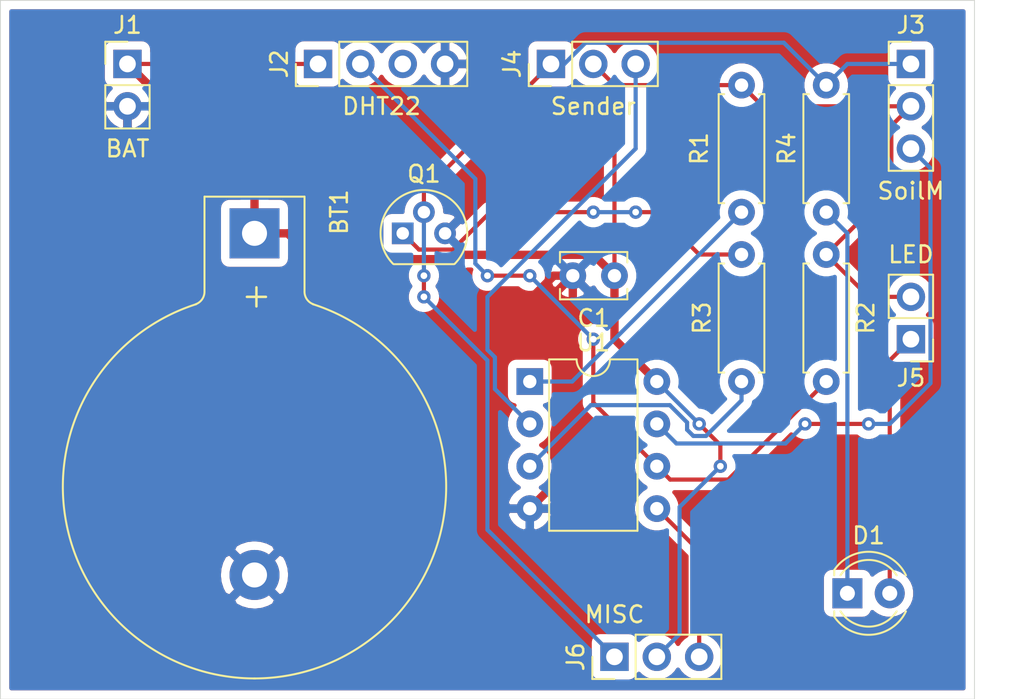
<source format=kicad_pcb>
(kicad_pcb (version 20171130) (host pcbnew 5.1.10-88a1d61d58~88~ubuntu20.04.1)

  (general
    (thickness 1.6)
    (drawings 10)
    (tracks 108)
    (zones 0)
    (modules 15)
    (nets 13)
  )

  (page A4)
  (layers
    (0 F.Cu signal)
    (31 B.Cu signal)
    (32 B.Adhes user)
    (33 F.Adhes user)
    (34 B.Paste user)
    (35 F.Paste user)
    (36 B.SilkS user)
    (37 F.SilkS user)
    (38 B.Mask user)
    (39 F.Mask user)
    (40 Dwgs.User user)
    (41 Cmts.User user)
    (42 Eco1.User user)
    (43 Eco2.User user)
    (44 Edge.Cuts user)
    (45 Margin user)
    (46 B.CrtYd user)
    (47 F.CrtYd user)
    (48 B.Fab user)
    (49 F.Fab user)
  )

  (setup
    (last_trace_width 0.25)
    (user_trace_width 0.5)
    (trace_clearance 0.2)
    (zone_clearance 0.508)
    (zone_45_only no)
    (trace_min 0.2)
    (via_size 0.8)
    (via_drill 0.4)
    (via_min_size 0.4)
    (via_min_drill 0.3)
    (uvia_size 0.3)
    (uvia_drill 0.1)
    (uvias_allowed no)
    (uvia_min_size 0.2)
    (uvia_min_drill 0.1)
    (edge_width 0.05)
    (segment_width 0.2)
    (pcb_text_width 0.3)
    (pcb_text_size 1.5 1.5)
    (mod_edge_width 0.12)
    (mod_text_size 1 1)
    (mod_text_width 0.15)
    (pad_size 1.524 1.524)
    (pad_drill 0.762)
    (pad_to_mask_clearance 0)
    (aux_axis_origin 0 0)
    (visible_elements FFFFFF7F)
    (pcbplotparams
      (layerselection 0x010fc_ffffffff)
      (usegerberextensions false)
      (usegerberattributes true)
      (usegerberadvancedattributes true)
      (creategerberjobfile true)
      (excludeedgelayer true)
      (linewidth 0.100000)
      (plotframeref false)
      (viasonmask false)
      (mode 1)
      (useauxorigin false)
      (hpglpennumber 1)
      (hpglpenspeed 20)
      (hpglpendiameter 15.000000)
      (psnegative false)
      (psa4output false)
      (plotreference true)
      (plotvalue true)
      (plotinvisibletext false)
      (padsonsilk false)
      (subtractmaskfromsilk false)
      (outputformat 1)
      (mirror false)
      (drillshape 1)
      (scaleselection 1)
      (outputdirectory ""))
  )

  (net 0 "")
  (net 1 GND)
  (net 2 +5V)
  (net 3 "Net-(D1-Pad2)")
  (net 4 "Net-(D1-Pad1)")
  (net 5 /DHT)
  (net 6 /SOIL)
  (net 7 "Net-(J3-Pad1)")
  (net 8 /DATA)
  (net 9 "Net-(Q1-Pad1)")
  (net 10 "Net-(R1-Pad2)")
  (net 11 /TRANSIS)
  (net 12 /MISC)

  (net_class Default "This is the default net class."
    (clearance 0.2)
    (trace_width 0.25)
    (via_dia 0.8)
    (via_drill 0.4)
    (uvia_dia 0.3)
    (uvia_drill 0.1)
    (add_net +5V)
    (add_net /DATA)
    (add_net /DHT)
    (add_net /MISC)
    (add_net /SOIL)
    (add_net /TRANSIS)
    (add_net GND)
    (add_net "Net-(D1-Pad1)")
    (add_net "Net-(D1-Pad2)")
    (add_net "Net-(J3-Pad1)")
    (add_net "Net-(Q1-Pad1)")
    (add_net "Net-(R1-Pad2)")
  )

  (module Connector_PinHeader_2.54mm:PinHeader_1x03_P2.54mm_Vertical (layer F.Cu) (tedit 59FED5CC) (tstamp 608CAC1C)
    (at 144.78 146.05 90)
    (descr "Through hole straight pin header, 1x03, 2.54mm pitch, single row")
    (tags "Through hole pin header THT 1x03 2.54mm single row")
    (path /609A27EB)
    (fp_text reference J6 (at 0 -2.33 90) (layer F.SilkS)
      (effects (font (size 1 1) (thickness 0.15)))
    )
    (fp_text value Free (at 0 7.41 90) (layer F.Fab)
      (effects (font (size 1 1) (thickness 0.15)))
    )
    (fp_line (start 1.8 -1.8) (end -1.8 -1.8) (layer F.CrtYd) (width 0.05))
    (fp_line (start 1.8 6.85) (end 1.8 -1.8) (layer F.CrtYd) (width 0.05))
    (fp_line (start -1.8 6.85) (end 1.8 6.85) (layer F.CrtYd) (width 0.05))
    (fp_line (start -1.8 -1.8) (end -1.8 6.85) (layer F.CrtYd) (width 0.05))
    (fp_line (start -1.33 -1.33) (end 0 -1.33) (layer F.SilkS) (width 0.12))
    (fp_line (start -1.33 0) (end -1.33 -1.33) (layer F.SilkS) (width 0.12))
    (fp_line (start -1.33 1.27) (end 1.33 1.27) (layer F.SilkS) (width 0.12))
    (fp_line (start 1.33 1.27) (end 1.33 6.41) (layer F.SilkS) (width 0.12))
    (fp_line (start -1.33 1.27) (end -1.33 6.41) (layer F.SilkS) (width 0.12))
    (fp_line (start -1.33 6.41) (end 1.33 6.41) (layer F.SilkS) (width 0.12))
    (fp_line (start -1.27 -0.635) (end -0.635 -1.27) (layer F.Fab) (width 0.1))
    (fp_line (start -1.27 6.35) (end -1.27 -0.635) (layer F.Fab) (width 0.1))
    (fp_line (start 1.27 6.35) (end -1.27 6.35) (layer F.Fab) (width 0.1))
    (fp_line (start 1.27 -1.27) (end 1.27 6.35) (layer F.Fab) (width 0.1))
    (fp_line (start -0.635 -1.27) (end 1.27 -1.27) (layer F.Fab) (width 0.1))
    (fp_text user %R (at 0 2.54) (layer F.Fab)
      (effects (font (size 1 1) (thickness 0.15)))
    )
    (pad 3 thru_hole oval (at 0 5.08 90) (size 1.7 1.7) (drill 1) (layers *.Cu *.Mask)
      (net 12 /MISC))
    (pad 2 thru_hole oval (at 0 2.54 90) (size 1.7 1.7) (drill 1) (layers *.Cu *.Mask)
      (net 2 +5V))
    (pad 1 thru_hole rect (at 0 0 90) (size 1.7 1.7) (drill 1) (layers *.Cu *.Mask)
      (net 7 "Net-(J3-Pad1)"))
    (model ${KISYS3DMOD}/Connector_PinHeader_2.54mm.3dshapes/PinHeader_1x03_P2.54mm_Vertical.wrl
      (at (xyz 0 0 0))
      (scale (xyz 1 1 1))
      (rotate (xyz 0 0 0))
    )
  )

  (module Battery:BatteryHolder_Keystone_103_1x20mm (layer F.Cu) (tedit 5787C32C) (tstamp 608C9BC3)
    (at 123.19 120.65 270)
    (descr http://www.keyelco.com/product-pdf.cfm?p=719)
    (tags "Keystone type 103 battery holder")
    (path /6099105D)
    (fp_text reference BT1 (at -1.27 -5.08 90) (layer F.SilkS)
      (effects (font (size 1 1) (thickness 0.15)))
    )
    (fp_text value Battery_Cell (at 15 13 90) (layer F.Fab)
      (effects (font (size 1 1) (thickness 0.15)))
    )
    (fp_line (start -2.45 -3.25) (end 3.5 -3.25) (layer F.CrtYd) (width 0.05))
    (fp_line (start -2.45 3.25) (end 3.5 3.25) (layer F.CrtYd) (width 0.05))
    (fp_line (start -2.45 3.25) (end -2.45 -3.25) (layer F.CrtYd) (width 0.05))
    (fp_line (start -2.2 -3) (end 3.5 -3) (layer F.SilkS) (width 0.12))
    (fp_line (start -2.2 3) (end -2.2 -3) (layer F.SilkS) (width 0.12))
    (fp_line (start -2.2 3) (end 3.5 3) (layer F.SilkS) (width 0.12))
    (fp_line (start 23.5712 7.7216) (end 22.6568 6.8834) (layer F.Fab) (width 0.1))
    (fp_line (start 23.5712 -7.7216) (end 22.6314 -6.858) (layer F.Fab) (width 0.1))
    (fp_line (start 3.5306 -2.9) (end -1.7 -2.9) (layer F.Fab) (width 0.1))
    (fp_line (start -1.7 2.9) (end 3.5306 2.9) (layer F.Fab) (width 0.1))
    (fp_line (start -2.1 -2.5) (end -2.1 2.5) (layer F.Fab) (width 0.1))
    (fp_line (start 0 1.3) (end 16.2 1.3) (layer F.Fab) (width 0.1))
    (fp_line (start 16.2 -1.3) (end 0 -1.3) (layer F.Fab) (width 0.1))
    (fp_line (start 0 -1.3) (end 0 1.3) (layer F.Fab) (width 0.1))
    (fp_arc (start -1.7 -2.5) (end -2.1 -2.5) (angle 90) (layer F.Fab) (width 0.1))
    (fp_arc (start -1.7 2.5) (end -2.1 2.5) (angle -90) (layer F.Fab) (width 0.1))
    (fp_arc (start 16.2 0) (end 16.2 -1.3) (angle 180) (layer F.Fab) (width 0.1))
    (fp_arc (start 3.5 -3.8) (end 3.5 -2.9) (angle -70) (layer F.Fab) (width 0.1))
    (fp_arc (start 15.2 0) (end 5.2 -1.3) (angle 180) (layer F.Fab) (width 0.1))
    (fp_arc (start 15.2 0) (end 9 -1.3) (angle 170) (layer F.Fab) (width 0.1))
    (fp_arc (start 15.2 0) (end 13.3 -1.3) (angle 150) (layer F.Fab) (width 0.1))
    (fp_arc (start 15.2 0) (end 13.3 1.3) (angle -150) (layer F.Fab) (width 0.1))
    (fp_arc (start 15.2 0) (end 9 1.3) (angle -170) (layer F.Fab) (width 0.1))
    (fp_arc (start 15.2 0) (end 5.2 1.3) (angle -180) (layer F.Fab) (width 0.1))
    (fp_arc (start 15.2 0) (end 4.35 -3.5) (angle 162.5) (layer F.Fab) (width 0.1))
    (fp_arc (start 15.2 0) (end 4.35 3.5) (angle -162.5) (layer F.Fab) (width 0.1))
    (fp_arc (start 3.5 3.8) (end 3.5 2.9) (angle 70) (layer F.Fab) (width 0.1))
    (fp_arc (start 3.5 -3.8) (end 3.5 -3) (angle -70) (layer F.SilkS) (width 0.12))
    (fp_arc (start 15.2 0) (end 4.25 -3.5) (angle 162.5) (layer F.SilkS) (width 0.12))
    (fp_arc (start 3.5 3.8) (end 3.5 3) (angle 70) (layer F.SilkS) (width 0.12))
    (fp_arc (start 15.2 0) (end 4.25 3.5) (angle -162.5) (layer F.SilkS) (width 0.12))
    (fp_arc (start 3.5 -3.8) (end 3.5 -3.25) (angle -70) (layer F.CrtYd) (width 0.05))
    (fp_arc (start 3.5 3.8) (end 3.5 3.25) (angle 70) (layer F.CrtYd) (width 0.05))
    (fp_arc (start 15.2 0) (end 4.01 -3.6) (angle 162.5) (layer F.CrtYd) (width 0.05))
    (fp_arc (start 15.2 0) (end 4.01 3.6) (angle -162.5) (layer F.CrtYd) (width 0.05))
    (fp_text user %R (at 0 0 90) (layer F.Fab)
      (effects (font (size 1 1) (thickness 0.15)))
    )
    (fp_text user + (at 3.81 0 90) (layer F.SilkS)
      (effects (font (size 1.5 1.5) (thickness 0.15)))
    )
    (pad 1 thru_hole rect (at 0 0 270) (size 3 3) (drill 1.5) (layers *.Cu *.Mask)
      (net 2 +5V))
    (pad 2 thru_hole circle (at 20.49 0 270) (size 3 3) (drill 1.5) (layers *.Cu *.Mask)
      (net 1 GND))
    (model ${KISYS3DMOD}/Battery.3dshapes/BatteryHolder_Keystone_103_1x20mm.wrl
      (at (xyz 0 0 0))
      (scale (xyz 1 1 1))
      (rotate (xyz 0 0 0))
    )
  )

  (module Capacitor_THT:C_Disc_D3.8mm_W2.6mm_P2.50mm (layer F.Cu) (tedit 5AE50EF0) (tstamp 608C884B)
    (at 144.78 123.19 180)
    (descr "C, Disc series, Radial, pin pitch=2.50mm, , diameter*width=3.8*2.6mm^2, Capacitor, http://www.vishay.com/docs/45233/krseries.pdf")
    (tags "C Disc series Radial pin pitch 2.50mm  diameter 3.8mm width 2.6mm Capacitor")
    (path /608E8052)
    (fp_text reference C1 (at 1.25 -2.55) (layer F.SilkS)
      (effects (font (size 1 1) (thickness 0.15)))
    )
    (fp_text value 100nF (at 1.25 2.55) (layer F.Fab)
      (effects (font (size 1 1) (thickness 0.15)))
    )
    (fp_line (start 3.55 -1.55) (end -1.05 -1.55) (layer F.CrtYd) (width 0.05))
    (fp_line (start 3.55 1.55) (end 3.55 -1.55) (layer F.CrtYd) (width 0.05))
    (fp_line (start -1.05 1.55) (end 3.55 1.55) (layer F.CrtYd) (width 0.05))
    (fp_line (start -1.05 -1.55) (end -1.05 1.55) (layer F.CrtYd) (width 0.05))
    (fp_line (start 3.27 0.795) (end 3.27 1.42) (layer F.SilkS) (width 0.12))
    (fp_line (start 3.27 -1.42) (end 3.27 -0.795) (layer F.SilkS) (width 0.12))
    (fp_line (start -0.77 0.795) (end -0.77 1.42) (layer F.SilkS) (width 0.12))
    (fp_line (start -0.77 -1.42) (end -0.77 -0.795) (layer F.SilkS) (width 0.12))
    (fp_line (start -0.77 1.42) (end 3.27 1.42) (layer F.SilkS) (width 0.12))
    (fp_line (start -0.77 -1.42) (end 3.27 -1.42) (layer F.SilkS) (width 0.12))
    (fp_line (start 3.15 -1.3) (end -0.65 -1.3) (layer F.Fab) (width 0.1))
    (fp_line (start 3.15 1.3) (end 3.15 -1.3) (layer F.Fab) (width 0.1))
    (fp_line (start -0.65 1.3) (end 3.15 1.3) (layer F.Fab) (width 0.1))
    (fp_line (start -0.65 -1.3) (end -0.65 1.3) (layer F.Fab) (width 0.1))
    (fp_text user %R (at 1.25 0) (layer F.Fab)
      (effects (font (size 0.76 0.76) (thickness 0.114)))
    )
    (pad 2 thru_hole circle (at 2.5 0 180) (size 1.6 1.6) (drill 0.8) (layers *.Cu *.Mask)
      (net 1 GND))
    (pad 1 thru_hole circle (at 0 0 180) (size 1.6 1.6) (drill 0.8) (layers *.Cu *.Mask)
      (net 2 +5V))
    (model ${KISYS3DMOD}/Capacitor_THT.3dshapes/C_Disc_D3.8mm_W2.6mm_P2.50mm.wrl
      (at (xyz 0 0 0))
      (scale (xyz 1 1 1))
      (rotate (xyz 0 0 0))
    )
  )

  (module Connector_PinHeader_2.54mm:PinHeader_1x02_P2.54mm_Vertical (layer F.Cu) (tedit 59FED5CC) (tstamp 608C8874)
    (at 115.57 110.49)
    (descr "Through hole straight pin header, 1x02, 2.54mm pitch, single row")
    (tags "Through hole pin header THT 1x02 2.54mm single row")
    (path /608C56BA)
    (fp_text reference J1 (at 0 -2.33) (layer F.SilkS)
      (effects (font (size 1 1) (thickness 0.15)))
    )
    (fp_text value Bat (at 0 4.87) (layer F.Fab)
      (effects (font (size 1 1) (thickness 0.15)))
    )
    (fp_line (start 1.8 -1.8) (end -1.8 -1.8) (layer F.CrtYd) (width 0.05))
    (fp_line (start 1.8 4.35) (end 1.8 -1.8) (layer F.CrtYd) (width 0.05))
    (fp_line (start -1.8 4.35) (end 1.8 4.35) (layer F.CrtYd) (width 0.05))
    (fp_line (start -1.8 -1.8) (end -1.8 4.35) (layer F.CrtYd) (width 0.05))
    (fp_line (start -1.33 -1.33) (end 0 -1.33) (layer F.SilkS) (width 0.12))
    (fp_line (start -1.33 0) (end -1.33 -1.33) (layer F.SilkS) (width 0.12))
    (fp_line (start -1.33 1.27) (end 1.33 1.27) (layer F.SilkS) (width 0.12))
    (fp_line (start 1.33 1.27) (end 1.33 3.87) (layer F.SilkS) (width 0.12))
    (fp_line (start -1.33 1.27) (end -1.33 3.87) (layer F.SilkS) (width 0.12))
    (fp_line (start -1.33 3.87) (end 1.33 3.87) (layer F.SilkS) (width 0.12))
    (fp_line (start -1.27 -0.635) (end -0.635 -1.27) (layer F.Fab) (width 0.1))
    (fp_line (start -1.27 3.81) (end -1.27 -0.635) (layer F.Fab) (width 0.1))
    (fp_line (start 1.27 3.81) (end -1.27 3.81) (layer F.Fab) (width 0.1))
    (fp_line (start 1.27 -1.27) (end 1.27 3.81) (layer F.Fab) (width 0.1))
    (fp_line (start -0.635 -1.27) (end 1.27 -1.27) (layer F.Fab) (width 0.1))
    (fp_text user %R (at 0 1.27 90) (layer F.Fab)
      (effects (font (size 1 1) (thickness 0.15)))
    )
    (pad 2 thru_hole oval (at 0 2.54) (size 1.7 1.7) (drill 1) (layers *.Cu *.Mask)
      (net 1 GND))
    (pad 1 thru_hole rect (at 0 0) (size 1.7 1.7) (drill 1) (layers *.Cu *.Mask)
      (net 2 +5V))
    (model ${KISYS3DMOD}/Connector_PinHeader_2.54mm.3dshapes/PinHeader_1x02_P2.54mm_Vertical.wrl
      (at (xyz 0 0 0))
      (scale (xyz 1 1 1))
      (rotate (xyz 0 0 0))
    )
  )

  (module Package_DIP:DIP-8_W7.62mm (layer F.Cu) (tedit 5A02E8C5) (tstamp 608C895A)
    (at 139.7 129.54)
    (descr "8-lead though-hole mounted DIP package, row spacing 7.62 mm (300 mils)")
    (tags "THT DIP DIL PDIP 2.54mm 7.62mm 300mil")
    (path /608C416C)
    (fp_text reference U1 (at 3.81 -2.33) (layer F.SilkS)
      (effects (font (size 1 1) (thickness 0.15)))
    )
    (fp_text value ATtiny85-20PU (at 3.81 9.95) (layer F.Fab)
      (effects (font (size 1 1) (thickness 0.15)))
    )
    (fp_line (start 8.7 -1.55) (end -1.1 -1.55) (layer F.CrtYd) (width 0.05))
    (fp_line (start 8.7 9.15) (end 8.7 -1.55) (layer F.CrtYd) (width 0.05))
    (fp_line (start -1.1 9.15) (end 8.7 9.15) (layer F.CrtYd) (width 0.05))
    (fp_line (start -1.1 -1.55) (end -1.1 9.15) (layer F.CrtYd) (width 0.05))
    (fp_line (start 6.46 -1.33) (end 4.81 -1.33) (layer F.SilkS) (width 0.12))
    (fp_line (start 6.46 8.95) (end 6.46 -1.33) (layer F.SilkS) (width 0.12))
    (fp_line (start 1.16 8.95) (end 6.46 8.95) (layer F.SilkS) (width 0.12))
    (fp_line (start 1.16 -1.33) (end 1.16 8.95) (layer F.SilkS) (width 0.12))
    (fp_line (start 2.81 -1.33) (end 1.16 -1.33) (layer F.SilkS) (width 0.12))
    (fp_line (start 0.635 -0.27) (end 1.635 -1.27) (layer F.Fab) (width 0.1))
    (fp_line (start 0.635 8.89) (end 0.635 -0.27) (layer F.Fab) (width 0.1))
    (fp_line (start 6.985 8.89) (end 0.635 8.89) (layer F.Fab) (width 0.1))
    (fp_line (start 6.985 -1.27) (end 6.985 8.89) (layer F.Fab) (width 0.1))
    (fp_line (start 1.635 -1.27) (end 6.985 -1.27) (layer F.Fab) (width 0.1))
    (fp_text user %R (at 3.81 3.81) (layer F.Fab)
      (effects (font (size 1 1) (thickness 0.15)))
    )
    (fp_arc (start 3.81 -1.33) (end 2.81 -1.33) (angle -180) (layer F.SilkS) (width 0.12))
    (pad 8 thru_hole oval (at 7.62 0) (size 1.6 1.6) (drill 0.8) (layers *.Cu *.Mask)
      (net 2 +5V))
    (pad 4 thru_hole oval (at 0 7.62) (size 1.6 1.6) (drill 0.8) (layers *.Cu *.Mask)
      (net 1 GND))
    (pad 7 thru_hole oval (at 7.62 2.54) (size 1.6 1.6) (drill 0.8) (layers *.Cu *.Mask)
      (net 6 /SOIL))
    (pad 3 thru_hole oval (at 0 5.08) (size 1.6 1.6) (drill 0.8) (layers *.Cu *.Mask)
      (net 11 /TRANSIS))
    (pad 6 thru_hole oval (at 7.62 5.08) (size 1.6 1.6) (drill 0.8) (layers *.Cu *.Mask)
      (net 5 /DHT))
    (pad 2 thru_hole oval (at 0 2.54) (size 1.6 1.6) (drill 0.8) (layers *.Cu *.Mask)
      (net 8 /DATA))
    (pad 5 thru_hole oval (at 7.62 7.62) (size 1.6 1.6) (drill 0.8) (layers *.Cu *.Mask)
      (net 12 /MISC))
    (pad 1 thru_hole rect (at 0 0) (size 1.6 1.6) (drill 0.8) (layers *.Cu *.Mask)
      (net 10 "Net-(R1-Pad2)"))
    (model ${KISYS3DMOD}/Package_DIP.3dshapes/DIP-8_W7.62mm.wrl
      (at (xyz 0 0 0))
      (scale (xyz 1 1 1))
      (rotate (xyz 0 0 0))
    )
  )

  (module Resistor_THT:R_Axial_DIN0207_L6.3mm_D2.5mm_P7.62mm_Horizontal (layer F.Cu) (tedit 5AE5139B) (tstamp 608C893E)
    (at 157.48 119.38 90)
    (descr "Resistor, Axial_DIN0207 series, Axial, Horizontal, pin pitch=7.62mm, 0.25W = 1/4W, length*diameter=6.3*2.5mm^2, http://cdn-reichelt.de/documents/datenblatt/B400/1_4W%23YAG.pdf")
    (tags "Resistor Axial_DIN0207 series Axial Horizontal pin pitch 7.62mm 0.25W = 1/4W length 6.3mm diameter 2.5mm")
    (path /608F0FB4)
    (fp_text reference R4 (at 3.81 -2.37 90) (layer F.SilkS)
      (effects (font (size 1 1) (thickness 0.15)))
    )
    (fp_text value 5k (at 3.81 2.37 90) (layer F.Fab)
      (effects (font (size 1 1) (thickness 0.15)))
    )
    (fp_line (start 8.67 -1.5) (end -1.05 -1.5) (layer F.CrtYd) (width 0.05))
    (fp_line (start 8.67 1.5) (end 8.67 -1.5) (layer F.CrtYd) (width 0.05))
    (fp_line (start -1.05 1.5) (end 8.67 1.5) (layer F.CrtYd) (width 0.05))
    (fp_line (start -1.05 -1.5) (end -1.05 1.5) (layer F.CrtYd) (width 0.05))
    (fp_line (start 7.08 1.37) (end 7.08 1.04) (layer F.SilkS) (width 0.12))
    (fp_line (start 0.54 1.37) (end 7.08 1.37) (layer F.SilkS) (width 0.12))
    (fp_line (start 0.54 1.04) (end 0.54 1.37) (layer F.SilkS) (width 0.12))
    (fp_line (start 7.08 -1.37) (end 7.08 -1.04) (layer F.SilkS) (width 0.12))
    (fp_line (start 0.54 -1.37) (end 7.08 -1.37) (layer F.SilkS) (width 0.12))
    (fp_line (start 0.54 -1.04) (end 0.54 -1.37) (layer F.SilkS) (width 0.12))
    (fp_line (start 7.62 0) (end 6.96 0) (layer F.Fab) (width 0.1))
    (fp_line (start 0 0) (end 0.66 0) (layer F.Fab) (width 0.1))
    (fp_line (start 6.96 -1.25) (end 0.66 -1.25) (layer F.Fab) (width 0.1))
    (fp_line (start 6.96 1.25) (end 6.96 -1.25) (layer F.Fab) (width 0.1))
    (fp_line (start 0.66 1.25) (end 6.96 1.25) (layer F.Fab) (width 0.1))
    (fp_line (start 0.66 -1.25) (end 0.66 1.25) (layer F.Fab) (width 0.1))
    (fp_text user %R (at 3.81 0 90) (layer F.Fab)
      (effects (font (size 1 1) (thickness 0.15)))
    )
    (pad 2 thru_hole oval (at 7.62 0 90) (size 1.6 1.6) (drill 0.8) (layers *.Cu *.Mask)
      (net 7 "Net-(J3-Pad1)"))
    (pad 1 thru_hole circle (at 0 0 90) (size 1.6 1.6) (drill 0.8) (layers *.Cu *.Mask)
      (net 4 "Net-(D1-Pad1)"))
    (model ${KISYS3DMOD}/Resistor_THT.3dshapes/R_Axial_DIN0207_L6.3mm_D2.5mm_P7.62mm_Horizontal.wrl
      (at (xyz 0 0 0))
      (scale (xyz 1 1 1))
      (rotate (xyz 0 0 0))
    )
  )

  (module Resistor_THT:R_Axial_DIN0207_L6.3mm_D2.5mm_P7.62mm_Horizontal (layer F.Cu) (tedit 5AE5139B) (tstamp 608C8927)
    (at 152.4 129.54 90)
    (descr "Resistor, Axial_DIN0207 series, Axial, Horizontal, pin pitch=7.62mm, 0.25W = 1/4W, length*diameter=6.3*2.5mm^2, http://cdn-reichelt.de/documents/datenblatt/B400/1_4W%23YAG.pdf")
    (tags "Resistor Axial_DIN0207 series Axial Horizontal pin pitch 7.62mm 0.25W = 1/4W length 6.3mm diameter 2.5mm")
    (path /608DB798)
    (fp_text reference R3 (at 3.81 -2.37 90) (layer F.SilkS)
      (effects (font (size 1 1) (thickness 0.15)))
    )
    (fp_text value 10k (at 3.81 2.37 90) (layer F.Fab)
      (effects (font (size 1 1) (thickness 0.15)))
    )
    (fp_line (start 8.67 -1.5) (end -1.05 -1.5) (layer F.CrtYd) (width 0.05))
    (fp_line (start 8.67 1.5) (end 8.67 -1.5) (layer F.CrtYd) (width 0.05))
    (fp_line (start -1.05 1.5) (end 8.67 1.5) (layer F.CrtYd) (width 0.05))
    (fp_line (start -1.05 -1.5) (end -1.05 1.5) (layer F.CrtYd) (width 0.05))
    (fp_line (start 7.08 1.37) (end 7.08 1.04) (layer F.SilkS) (width 0.12))
    (fp_line (start 0.54 1.37) (end 7.08 1.37) (layer F.SilkS) (width 0.12))
    (fp_line (start 0.54 1.04) (end 0.54 1.37) (layer F.SilkS) (width 0.12))
    (fp_line (start 7.08 -1.37) (end 7.08 -1.04) (layer F.SilkS) (width 0.12))
    (fp_line (start 0.54 -1.37) (end 7.08 -1.37) (layer F.SilkS) (width 0.12))
    (fp_line (start 0.54 -1.04) (end 0.54 -1.37) (layer F.SilkS) (width 0.12))
    (fp_line (start 7.62 0) (end 6.96 0) (layer F.Fab) (width 0.1))
    (fp_line (start 0 0) (end 0.66 0) (layer F.Fab) (width 0.1))
    (fp_line (start 6.96 -1.25) (end 0.66 -1.25) (layer F.Fab) (width 0.1))
    (fp_line (start 6.96 1.25) (end 6.96 -1.25) (layer F.Fab) (width 0.1))
    (fp_line (start 0.66 1.25) (end 6.96 1.25) (layer F.Fab) (width 0.1))
    (fp_line (start 0.66 -1.25) (end 0.66 1.25) (layer F.Fab) (width 0.1))
    (fp_text user %R (at 3.81 0 90) (layer F.Fab)
      (effects (font (size 1 1) (thickness 0.15)))
    )
    (pad 2 thru_hole oval (at 7.62 0 90) (size 1.6 1.6) (drill 0.8) (layers *.Cu *.Mask)
      (net 9 "Net-(Q1-Pad1)"))
    (pad 1 thru_hole circle (at 0 0 90) (size 1.6 1.6) (drill 0.8) (layers *.Cu *.Mask)
      (net 11 /TRANSIS))
    (model ${KISYS3DMOD}/Resistor_THT.3dshapes/R_Axial_DIN0207_L6.3mm_D2.5mm_P7.62mm_Horizontal.wrl
      (at (xyz 0 0 0))
      (scale (xyz 1 1 1))
      (rotate (xyz 0 0 0))
    )
  )

  (module Resistor_THT:R_Axial_DIN0207_L6.3mm_D2.5mm_P7.62mm_Horizontal (layer F.Cu) (tedit 5AE5139B) (tstamp 608C8910)
    (at 157.48 121.92 270)
    (descr "Resistor, Axial_DIN0207 series, Axial, Horizontal, pin pitch=7.62mm, 0.25W = 1/4W, length*diameter=6.3*2.5mm^2, http://cdn-reichelt.de/documents/datenblatt/B400/1_4W%23YAG.pdf")
    (tags "Resistor Axial_DIN0207 series Axial Horizontal pin pitch 7.62mm 0.25W = 1/4W length 6.3mm diameter 2.5mm")
    (path /608CD1AF)
    (fp_text reference R2 (at 3.81 -2.37 90) (layer F.SilkS)
      (effects (font (size 1 1) (thickness 0.15)))
    )
    (fp_text value 5k (at 3.81 2.37 90) (layer F.Fab)
      (effects (font (size 1 1) (thickness 0.15)))
    )
    (fp_line (start 8.67 -1.5) (end -1.05 -1.5) (layer F.CrtYd) (width 0.05))
    (fp_line (start 8.67 1.5) (end 8.67 -1.5) (layer F.CrtYd) (width 0.05))
    (fp_line (start -1.05 1.5) (end 8.67 1.5) (layer F.CrtYd) (width 0.05))
    (fp_line (start -1.05 -1.5) (end -1.05 1.5) (layer F.CrtYd) (width 0.05))
    (fp_line (start 7.08 1.37) (end 7.08 1.04) (layer F.SilkS) (width 0.12))
    (fp_line (start 0.54 1.37) (end 7.08 1.37) (layer F.SilkS) (width 0.12))
    (fp_line (start 0.54 1.04) (end 0.54 1.37) (layer F.SilkS) (width 0.12))
    (fp_line (start 7.08 -1.37) (end 7.08 -1.04) (layer F.SilkS) (width 0.12))
    (fp_line (start 0.54 -1.37) (end 7.08 -1.37) (layer F.SilkS) (width 0.12))
    (fp_line (start 0.54 -1.04) (end 0.54 -1.37) (layer F.SilkS) (width 0.12))
    (fp_line (start 7.62 0) (end 6.96 0) (layer F.Fab) (width 0.1))
    (fp_line (start 0 0) (end 0.66 0) (layer F.Fab) (width 0.1))
    (fp_line (start 6.96 -1.25) (end 0.66 -1.25) (layer F.Fab) (width 0.1))
    (fp_line (start 6.96 1.25) (end 6.96 -1.25) (layer F.Fab) (width 0.1))
    (fp_line (start 0.66 1.25) (end 6.96 1.25) (layer F.Fab) (width 0.1))
    (fp_line (start 0.66 -1.25) (end 0.66 1.25) (layer F.Fab) (width 0.1))
    (fp_text user %R (at 3.81 0 90) (layer F.Fab)
      (effects (font (size 1 1) (thickness 0.15)))
    )
    (pad 2 thru_hole oval (at 7.62 0 270) (size 1.6 1.6) (drill 0.8) (layers *.Cu *.Mask)
      (net 5 /DHT))
    (pad 1 thru_hole circle (at 0 0 270) (size 1.6 1.6) (drill 0.8) (layers *.Cu *.Mask)
      (net 2 +5V))
    (model ${KISYS3DMOD}/Resistor_THT.3dshapes/R_Axial_DIN0207_L6.3mm_D2.5mm_P7.62mm_Horizontal.wrl
      (at (xyz 0 0 0))
      (scale (xyz 1 1 1))
      (rotate (xyz 0 0 0))
    )
  )

  (module Resistor_THT:R_Axial_DIN0207_L6.3mm_D2.5mm_P7.62mm_Horizontal (layer F.Cu) (tedit 5AE5139B) (tstamp 608C88F9)
    (at 152.4 111.76 270)
    (descr "Resistor, Axial_DIN0207 series, Axial, Horizontal, pin pitch=7.62mm, 0.25W = 1/4W, length*diameter=6.3*2.5mm^2, http://cdn-reichelt.de/documents/datenblatt/B400/1_4W%23YAG.pdf")
    (tags "Resistor Axial_DIN0207 series Axial Horizontal pin pitch 7.62mm 0.25W = 1/4W length 6.3mm diameter 2.5mm")
    (path /6090598C)
    (fp_text reference R1 (at 3.81 2.54 90) (layer F.SilkS)
      (effects (font (size 1 1) (thickness 0.15)))
    )
    (fp_text value 10k (at 3.81 2.37 90) (layer F.Fab)
      (effects (font (size 1 1) (thickness 0.15)))
    )
    (fp_line (start 8.67 -1.5) (end -1.05 -1.5) (layer F.CrtYd) (width 0.05))
    (fp_line (start 8.67 1.5) (end 8.67 -1.5) (layer F.CrtYd) (width 0.05))
    (fp_line (start -1.05 1.5) (end 8.67 1.5) (layer F.CrtYd) (width 0.05))
    (fp_line (start -1.05 -1.5) (end -1.05 1.5) (layer F.CrtYd) (width 0.05))
    (fp_line (start 7.08 1.37) (end 7.08 1.04) (layer F.SilkS) (width 0.12))
    (fp_line (start 0.54 1.37) (end 7.08 1.37) (layer F.SilkS) (width 0.12))
    (fp_line (start 0.54 1.04) (end 0.54 1.37) (layer F.SilkS) (width 0.12))
    (fp_line (start 7.08 -1.37) (end 7.08 -1.04) (layer F.SilkS) (width 0.12))
    (fp_line (start 0.54 -1.37) (end 7.08 -1.37) (layer F.SilkS) (width 0.12))
    (fp_line (start 0.54 -1.04) (end 0.54 -1.37) (layer F.SilkS) (width 0.12))
    (fp_line (start 7.62 0) (end 6.96 0) (layer F.Fab) (width 0.1))
    (fp_line (start 0 0) (end 0.66 0) (layer F.Fab) (width 0.1))
    (fp_line (start 6.96 -1.25) (end 0.66 -1.25) (layer F.Fab) (width 0.1))
    (fp_line (start 6.96 1.25) (end 6.96 -1.25) (layer F.Fab) (width 0.1))
    (fp_line (start 0.66 1.25) (end 6.96 1.25) (layer F.Fab) (width 0.1))
    (fp_line (start 0.66 -1.25) (end 0.66 1.25) (layer F.Fab) (width 0.1))
    (fp_text user %R (at 3.81 0 90) (layer F.Fab)
      (effects (font (size 1 1) (thickness 0.15)))
    )
    (pad 2 thru_hole oval (at 7.62 0 270) (size 1.6 1.6) (drill 0.8) (layers *.Cu *.Mask)
      (net 10 "Net-(R1-Pad2)"))
    (pad 1 thru_hole circle (at 0 0 270) (size 1.6 1.6) (drill 0.8) (layers *.Cu *.Mask)
      (net 2 +5V))
    (model ${KISYS3DMOD}/Resistor_THT.3dshapes/R_Axial_DIN0207_L6.3mm_D2.5mm_P7.62mm_Horizontal.wrl
      (at (xyz 0 0 0))
      (scale (xyz 1 1 1))
      (rotate (xyz 0 0 0))
    )
  )

  (module Package_TO_SOT_THT:TO-92 (layer F.Cu) (tedit 5A279852) (tstamp 608C88E2)
    (at 132.08 120.65)
    (descr "TO-92 leads molded, narrow, drill 0.75mm (see NXP sot054_po.pdf)")
    (tags "to-92 sc-43 sc-43a sot54 PA33 transistor")
    (path /608D4C96)
    (fp_text reference Q1 (at 1.27 -3.56) (layer F.SilkS)
      (effects (font (size 1 1) (thickness 0.15)))
    )
    (fp_text value Q_NPN_BCE (at 1.27 2.79) (layer F.Fab)
      (effects (font (size 1 1) (thickness 0.15)))
    )
    (fp_line (start 4 2.01) (end -1.46 2.01) (layer F.CrtYd) (width 0.05))
    (fp_line (start 4 2.01) (end 4 -2.73) (layer F.CrtYd) (width 0.05))
    (fp_line (start -1.46 -2.73) (end -1.46 2.01) (layer F.CrtYd) (width 0.05))
    (fp_line (start -1.46 -2.73) (end 4 -2.73) (layer F.CrtYd) (width 0.05))
    (fp_line (start -0.5 1.75) (end 3 1.75) (layer F.Fab) (width 0.1))
    (fp_line (start -0.53 1.85) (end 3.07 1.85) (layer F.SilkS) (width 0.12))
    (fp_arc (start 1.27 0) (end 1.27 -2.6) (angle 135) (layer F.SilkS) (width 0.12))
    (fp_arc (start 1.27 0) (end 1.27 -2.48) (angle -135) (layer F.Fab) (width 0.1))
    (fp_arc (start 1.27 0) (end 1.27 -2.6) (angle -135) (layer F.SilkS) (width 0.12))
    (fp_arc (start 1.27 0) (end 1.27 -2.48) (angle 135) (layer F.Fab) (width 0.1))
    (fp_text user %R (at 1.27 0) (layer F.Fab)
      (effects (font (size 1 1) (thickness 0.15)))
    )
    (pad 1 thru_hole rect (at 0 0) (size 1.3 1.3) (drill 0.75) (layers *.Cu *.Mask)
      (net 9 "Net-(Q1-Pad1)"))
    (pad 3 thru_hole circle (at 2.54 0) (size 1.3 1.3) (drill 0.75) (layers *.Cu *.Mask)
      (net 1 GND))
    (pad 2 thru_hole circle (at 1.27 -1.27) (size 1.3 1.3) (drill 0.75) (layers *.Cu *.Mask)
      (net 7 "Net-(J3-Pad1)"))
    (model ${KISYS3DMOD}/Package_TO_SOT_THT.3dshapes/TO-92.wrl
      (at (xyz 0 0 0))
      (scale (xyz 1 1 1))
      (rotate (xyz 0 0 0))
    )
  )

  (module Connector_PinHeader_2.54mm:PinHeader_1x02_P2.54mm_Vertical (layer F.Cu) (tedit 59FED5CC) (tstamp 608C88D0)
    (at 162.56 127 180)
    (descr "Through hole straight pin header, 1x02, 2.54mm pitch, single row")
    (tags "Through hole pin header THT 1x02 2.54mm single row")
    (path /609845E9)
    (fp_text reference J5 (at 0 -2.33) (layer F.SilkS)
      (effects (font (size 1 1) (thickness 0.15)))
    )
    (fp_text value LED (at 0 4.87) (layer F.Fab)
      (effects (font (size 1 1) (thickness 0.15)))
    )
    (fp_line (start 1.8 -1.8) (end -1.8 -1.8) (layer F.CrtYd) (width 0.05))
    (fp_line (start 1.8 4.35) (end 1.8 -1.8) (layer F.CrtYd) (width 0.05))
    (fp_line (start -1.8 4.35) (end 1.8 4.35) (layer F.CrtYd) (width 0.05))
    (fp_line (start -1.8 -1.8) (end -1.8 4.35) (layer F.CrtYd) (width 0.05))
    (fp_line (start -1.33 -1.33) (end 0 -1.33) (layer F.SilkS) (width 0.12))
    (fp_line (start -1.33 0) (end -1.33 -1.33) (layer F.SilkS) (width 0.12))
    (fp_line (start -1.33 1.27) (end 1.33 1.27) (layer F.SilkS) (width 0.12))
    (fp_line (start 1.33 1.27) (end 1.33 3.87) (layer F.SilkS) (width 0.12))
    (fp_line (start -1.33 1.27) (end -1.33 3.87) (layer F.SilkS) (width 0.12))
    (fp_line (start -1.33 3.87) (end 1.33 3.87) (layer F.SilkS) (width 0.12))
    (fp_line (start -1.27 -0.635) (end -0.635 -1.27) (layer F.Fab) (width 0.1))
    (fp_line (start -1.27 3.81) (end -1.27 -0.635) (layer F.Fab) (width 0.1))
    (fp_line (start 1.27 3.81) (end -1.27 3.81) (layer F.Fab) (width 0.1))
    (fp_line (start 1.27 -1.27) (end 1.27 3.81) (layer F.Fab) (width 0.1))
    (fp_line (start -0.635 -1.27) (end 1.27 -1.27) (layer F.Fab) (width 0.1))
    (fp_text user %R (at 0 1.27 90) (layer F.Fab)
      (effects (font (size 1 1) (thickness 0.15)))
    )
    (pad 2 thru_hole oval (at 0 2.54 180) (size 1.7 1.7) (drill 1) (layers *.Cu *.Mask)
      (net 2 +5V))
    (pad 1 thru_hole rect (at 0 0 180) (size 1.7 1.7) (drill 1) (layers *.Cu *.Mask)
      (net 3 "Net-(D1-Pad2)"))
    (model ${KISYS3DMOD}/Connector_PinHeader_2.54mm.3dshapes/PinHeader_1x02_P2.54mm_Vertical.wrl
      (at (xyz 0 0 0))
      (scale (xyz 1 1 1))
      (rotate (xyz 0 0 0))
    )
  )

  (module Connector_PinHeader_2.54mm:PinHeader_1x03_P2.54mm_Vertical (layer F.Cu) (tedit 59FED5CC) (tstamp 608C88BA)
    (at 140.97 110.49 90)
    (descr "Through hole straight pin header, 1x03, 2.54mm pitch, single row")
    (tags "Through hole pin header THT 1x03 2.54mm single row")
    (path /60901849)
    (fp_text reference J4 (at 0 -2.33 90) (layer F.SilkS)
      (effects (font (size 1 1) (thickness 0.15)))
    )
    (fp_text value Sender (at 0 7.41 90) (layer F.Fab)
      (effects (font (size 1 1) (thickness 0.15)))
    )
    (fp_line (start 1.8 -1.8) (end -1.8 -1.8) (layer F.CrtYd) (width 0.05))
    (fp_line (start 1.8 6.85) (end 1.8 -1.8) (layer F.CrtYd) (width 0.05))
    (fp_line (start -1.8 6.85) (end 1.8 6.85) (layer F.CrtYd) (width 0.05))
    (fp_line (start -1.8 -1.8) (end -1.8 6.85) (layer F.CrtYd) (width 0.05))
    (fp_line (start -1.33 -1.33) (end 0 -1.33) (layer F.SilkS) (width 0.12))
    (fp_line (start -1.33 0) (end -1.33 -1.33) (layer F.SilkS) (width 0.12))
    (fp_line (start -1.33 1.27) (end 1.33 1.27) (layer F.SilkS) (width 0.12))
    (fp_line (start 1.33 1.27) (end 1.33 6.41) (layer F.SilkS) (width 0.12))
    (fp_line (start -1.33 1.27) (end -1.33 6.41) (layer F.SilkS) (width 0.12))
    (fp_line (start -1.33 6.41) (end 1.33 6.41) (layer F.SilkS) (width 0.12))
    (fp_line (start -1.27 -0.635) (end -0.635 -1.27) (layer F.Fab) (width 0.1))
    (fp_line (start -1.27 6.35) (end -1.27 -0.635) (layer F.Fab) (width 0.1))
    (fp_line (start 1.27 6.35) (end -1.27 6.35) (layer F.Fab) (width 0.1))
    (fp_line (start 1.27 -1.27) (end 1.27 6.35) (layer F.Fab) (width 0.1))
    (fp_line (start -0.635 -1.27) (end 1.27 -1.27) (layer F.Fab) (width 0.1))
    (fp_text user %R (at 0 2.54) (layer F.Fab)
      (effects (font (size 1 1) (thickness 0.15)))
    )
    (pad 3 thru_hole oval (at 0 5.08 90) (size 1.7 1.7) (drill 1) (layers *.Cu *.Mask)
      (net 8 /DATA))
    (pad 2 thru_hole oval (at 0 2.54 90) (size 1.7 1.7) (drill 1) (layers *.Cu *.Mask)
      (net 2 +5V))
    (pad 1 thru_hole rect (at 0 0 90) (size 1.7 1.7) (drill 1) (layers *.Cu *.Mask)
      (net 7 "Net-(J3-Pad1)"))
    (model ${KISYS3DMOD}/Connector_PinHeader_2.54mm.3dshapes/PinHeader_1x03_P2.54mm_Vertical.wrl
      (at (xyz 0 0 0))
      (scale (xyz 1 1 1))
      (rotate (xyz 0 0 0))
    )
  )

  (module Connector_PinHeader_2.54mm:PinHeader_1x03_P2.54mm_Vertical (layer F.Cu) (tedit 59FED5CC) (tstamp 608C88A3)
    (at 162.56 110.49)
    (descr "Through hole straight pin header, 1x03, 2.54mm pitch, single row")
    (tags "Through hole pin header THT 1x03 2.54mm single row")
    (path /608C6B0B)
    (fp_text reference J3 (at 0 -2.33) (layer F.SilkS)
      (effects (font (size 1 1) (thickness 0.15)))
    )
    (fp_text value "Soil Moist Sensor" (at 0 7.41) (layer F.Fab)
      (effects (font (size 1 1) (thickness 0.15)))
    )
    (fp_line (start 1.8 -1.8) (end -1.8 -1.8) (layer F.CrtYd) (width 0.05))
    (fp_line (start 1.8 6.85) (end 1.8 -1.8) (layer F.CrtYd) (width 0.05))
    (fp_line (start -1.8 6.85) (end 1.8 6.85) (layer F.CrtYd) (width 0.05))
    (fp_line (start -1.8 -1.8) (end -1.8 6.85) (layer F.CrtYd) (width 0.05))
    (fp_line (start -1.33 -1.33) (end 0 -1.33) (layer F.SilkS) (width 0.12))
    (fp_line (start -1.33 0) (end -1.33 -1.33) (layer F.SilkS) (width 0.12))
    (fp_line (start -1.33 1.27) (end 1.33 1.27) (layer F.SilkS) (width 0.12))
    (fp_line (start 1.33 1.27) (end 1.33 6.41) (layer F.SilkS) (width 0.12))
    (fp_line (start -1.33 1.27) (end -1.33 6.41) (layer F.SilkS) (width 0.12))
    (fp_line (start -1.33 6.41) (end 1.33 6.41) (layer F.SilkS) (width 0.12))
    (fp_line (start -1.27 -0.635) (end -0.635 -1.27) (layer F.Fab) (width 0.1))
    (fp_line (start -1.27 6.35) (end -1.27 -0.635) (layer F.Fab) (width 0.1))
    (fp_line (start 1.27 6.35) (end -1.27 6.35) (layer F.Fab) (width 0.1))
    (fp_line (start 1.27 -1.27) (end 1.27 6.35) (layer F.Fab) (width 0.1))
    (fp_line (start -0.635 -1.27) (end 1.27 -1.27) (layer F.Fab) (width 0.1))
    (fp_text user %R (at 0 2.54 90) (layer F.Fab)
      (effects (font (size 1 1) (thickness 0.15)))
    )
    (pad 3 thru_hole oval (at 0 5.08) (size 1.7 1.7) (drill 1) (layers *.Cu *.Mask)
      (net 6 /SOIL))
    (pad 2 thru_hole oval (at 0 2.54) (size 1.7 1.7) (drill 1) (layers *.Cu *.Mask)
      (net 2 +5V))
    (pad 1 thru_hole rect (at 0 0) (size 1.7 1.7) (drill 1) (layers *.Cu *.Mask)
      (net 7 "Net-(J3-Pad1)"))
    (model ${KISYS3DMOD}/Connector_PinHeader_2.54mm.3dshapes/PinHeader_1x03_P2.54mm_Vertical.wrl
      (at (xyz 0 0 0))
      (scale (xyz 1 1 1))
      (rotate (xyz 0 0 0))
    )
  )

  (module Connector_PinHeader_2.54mm:PinHeader_1x04_P2.54mm_Vertical (layer F.Cu) (tedit 59FED5CC) (tstamp 608C888C)
    (at 127 110.49 90)
    (descr "Through hole straight pin header, 1x04, 2.54mm pitch, single row")
    (tags "Through hole pin header THT 1x04 2.54mm single row")
    (path /608C7BDA)
    (fp_text reference J2 (at 0 -2.33 90) (layer F.SilkS)
      (effects (font (size 1 1) (thickness 0.15)))
    )
    (fp_text value DHT22 (at 0 9.95 90) (layer F.Fab)
      (effects (font (size 1 1) (thickness 0.15)))
    )
    (fp_line (start 1.8 -1.8) (end -1.8 -1.8) (layer F.CrtYd) (width 0.05))
    (fp_line (start 1.8 9.4) (end 1.8 -1.8) (layer F.CrtYd) (width 0.05))
    (fp_line (start -1.8 9.4) (end 1.8 9.4) (layer F.CrtYd) (width 0.05))
    (fp_line (start -1.8 -1.8) (end -1.8 9.4) (layer F.CrtYd) (width 0.05))
    (fp_line (start -1.33 -1.33) (end 0 -1.33) (layer F.SilkS) (width 0.12))
    (fp_line (start -1.33 0) (end -1.33 -1.33) (layer F.SilkS) (width 0.12))
    (fp_line (start -1.33 1.27) (end 1.33 1.27) (layer F.SilkS) (width 0.12))
    (fp_line (start 1.33 1.27) (end 1.33 8.95) (layer F.SilkS) (width 0.12))
    (fp_line (start -1.33 1.27) (end -1.33 8.95) (layer F.SilkS) (width 0.12))
    (fp_line (start -1.33 8.95) (end 1.33 8.95) (layer F.SilkS) (width 0.12))
    (fp_line (start -1.27 -0.635) (end -0.635 -1.27) (layer F.Fab) (width 0.1))
    (fp_line (start -1.27 8.89) (end -1.27 -0.635) (layer F.Fab) (width 0.1))
    (fp_line (start 1.27 8.89) (end -1.27 8.89) (layer F.Fab) (width 0.1))
    (fp_line (start 1.27 -1.27) (end 1.27 8.89) (layer F.Fab) (width 0.1))
    (fp_line (start -0.635 -1.27) (end 1.27 -1.27) (layer F.Fab) (width 0.1))
    (fp_text user %R (at 0 3.81) (layer F.Fab)
      (effects (font (size 1 1) (thickness 0.15)))
    )
    (pad 4 thru_hole oval (at 0 7.62 90) (size 1.7 1.7) (drill 1) (layers *.Cu *.Mask)
      (net 1 GND))
    (pad 3 thru_hole oval (at 0 5.08 90) (size 1.7 1.7) (drill 1) (layers *.Cu *.Mask))
    (pad 2 thru_hole oval (at 0 2.54 90) (size 1.7 1.7) (drill 1) (layers *.Cu *.Mask)
      (net 5 /DHT))
    (pad 1 thru_hole rect (at 0 0 90) (size 1.7 1.7) (drill 1) (layers *.Cu *.Mask)
      (net 2 +5V))
    (model ${KISYS3DMOD}/Connector_PinHeader_2.54mm.3dshapes/PinHeader_1x04_P2.54mm_Vertical.wrl
      (at (xyz 0 0 0))
      (scale (xyz 1 1 1))
      (rotate (xyz 0 0 0))
    )
  )

  (module LED_THT:LED_D4.0mm (layer F.Cu) (tedit 587A3A7B) (tstamp 608C885E)
    (at 158.75 142.24)
    (descr "LED, diameter 4.0mm, 2 pins, http://www.kingbright.com/attachments/file/psearch/000/00/00/L-43GD(Ver.12B).pdf")
    (tags "LED diameter 4.0mm 2 pins")
    (path /608F163F)
    (fp_text reference D1 (at 1.27 -3.46) (layer F.SilkS)
      (effects (font (size 1 1) (thickness 0.15)))
    )
    (fp_text value LED (at 1.27 3.46) (layer F.Fab)
      (effects (font (size 1 1) (thickness 0.15)))
    )
    (fp_line (start 4 -2.75) (end -1.45 -2.75) (layer F.CrtYd) (width 0.05))
    (fp_line (start 4 2.75) (end 4 -2.75) (layer F.CrtYd) (width 0.05))
    (fp_line (start -1.45 2.75) (end 4 2.75) (layer F.CrtYd) (width 0.05))
    (fp_line (start -1.45 -2.75) (end -1.45 2.75) (layer F.CrtYd) (width 0.05))
    (fp_line (start -0.79 1.08) (end -0.79 1.399) (layer F.SilkS) (width 0.12))
    (fp_line (start -0.79 -1.399) (end -0.79 -1.08) (layer F.SilkS) (width 0.12))
    (fp_line (start -0.73 -1.32665) (end -0.73 1.32665) (layer F.Fab) (width 0.1))
    (fp_circle (center 1.27 0) (end 3.27 0) (layer F.Fab) (width 0.1))
    (fp_arc (start 1.27 0) (end -0.41333 1.08) (angle -114.6) (layer F.SilkS) (width 0.12))
    (fp_arc (start 1.27 0) (end -0.41333 -1.08) (angle 114.6) (layer F.SilkS) (width 0.12))
    (fp_arc (start 1.27 0) (end -0.79 1.398749) (angle -120.1) (layer F.SilkS) (width 0.12))
    (fp_arc (start 1.27 0) (end -0.79 -1.398749) (angle 120.1) (layer F.SilkS) (width 0.12))
    (fp_arc (start 1.27 0) (end -0.73 -1.32665) (angle 292.9) (layer F.Fab) (width 0.1))
    (pad 2 thru_hole circle (at 2.54 0) (size 1.8 1.8) (drill 0.9) (layers *.Cu *.Mask)
      (net 3 "Net-(D1-Pad2)"))
    (pad 1 thru_hole rect (at 0 0) (size 1.8 1.8) (drill 0.9) (layers *.Cu *.Mask)
      (net 4 "Net-(D1-Pad1)"))
    (model ${KISYS3DMOD}/LED_THT.3dshapes/LED_D4.0mm.wrl
      (at (xyz 0 0 0))
      (scale (xyz 1 1 1))
      (rotate (xyz 0 0 0))
    )
  )

  (gr_text MISC (at 144.78 143.51) (layer F.SilkS)
    (effects (font (size 1 1) (thickness 0.15)))
  )
  (gr_text BAT (at 115.57 115.57) (layer F.SilkS)
    (effects (font (size 1 1) (thickness 0.15)))
  )
  (gr_text LED (at 162.56 121.92) (layer F.SilkS)
    (effects (font (size 1 1) (thickness 0.15)))
  )
  (gr_text SoilM (at 162.56 118.11) (layer F.SilkS)
    (effects (font (size 1 1) (thickness 0.15)))
  )
  (gr_text Sender (at 143.51 113.03) (layer F.SilkS)
    (effects (font (size 1 1) (thickness 0.15)))
  )
  (gr_text DHT22 (at 130.81 113.03) (layer F.SilkS)
    (effects (font (size 1 1) (thickness 0.15)))
  )
  (gr_line (start 107.95 148.59) (end 107.95 106.68) (layer Edge.Cuts) (width 0.05) (tstamp 608CA464))
  (gr_line (start 166.37 148.59) (end 107.95 148.59) (layer Edge.Cuts) (width 0.05))
  (gr_line (start 166.37 106.68) (end 166.37 148.59) (layer Edge.Cuts) (width 0.05))
  (gr_line (start 107.95 106.68) (end 166.37 106.68) (layer Edge.Cuts) (width 0.05))

  (segment (start 142.28 134.58) (end 142.28 123.19) (width 0.5) (layer F.Cu) (net 1))
  (segment (start 139.7 137.16) (end 142.28 134.58) (width 0.5) (layer F.Cu) (net 1))
  (segment (start 141.14 123.19) (end 142.28 123.19) (width 0.5) (layer F.Cu) (net 1))
  (segment (start 123.19 141.14) (end 141.14 123.19) (width 0.5) (layer F.Cu) (net 1))
  (segment (start 115.57 133.52) (end 123.19 141.14) (width 0.5) (layer F.Cu) (net 1))
  (segment (start 115.57 113.03) (end 115.57 133.52) (width 0.5) (layer F.Cu) (net 1))
  (segment (start 144.78 127) (end 147.32 129.54) (width 0.5) (layer F.Cu) (net 2))
  (segment (start 144.78 123.19) (end 144.78 127) (width 0.5) (layer F.Cu) (net 2))
  (segment (start 144.78 123.19) (end 144.78 111.76) (width 0.25) (layer F.Cu) (net 2))
  (segment (start 144.78 111.76) (end 143.51 110.49) (width 0.25) (layer F.Cu) (net 2))
  (segment (start 152.4 111.76) (end 144.78 111.76) (width 0.25) (layer F.Cu) (net 2))
  (segment (start 153.67 113.03) (end 152.4 111.76) (width 0.25) (layer F.Cu) (net 2))
  (segment (start 162.56 113.03) (end 153.67 113.03) (width 0.25) (layer F.Cu) (net 2))
  (segment (start 160.02 124.46) (end 157.48 121.92) (width 0.25) (layer F.Cu) (net 2))
  (segment (start 162.56 124.46) (end 160.02 124.46) (width 0.25) (layer F.Cu) (net 2))
  (segment (start 161.384999 114.205001) (end 162.56 113.03) (width 0.25) (layer F.Cu) (net 2))
  (segment (start 161.384999 118.015001) (end 161.384999 114.205001) (width 0.25) (layer F.Cu) (net 2))
  (segment (start 157.48 121.92) (end 161.384999 118.015001) (width 0.25) (layer F.Cu) (net 2))
  (segment (start 143.529999 121.939999) (end 135.586191 121.939999) (width 0.5) (layer F.Cu) (net 2))
  (segment (start 126.740011 122.200011) (end 125.19 120.65) (width 0.5) (layer F.Cu) (net 2))
  (segment (start 125.19 120.65) (end 123.19 120.65) (width 0.5) (layer F.Cu) (net 2))
  (segment (start 144.78 123.19) (end 143.529999 121.939999) (width 0.5) (layer F.Cu) (net 2))
  (segment (start 135.586191 121.939999) (end 135.326179 122.200011) (width 0.5) (layer F.Cu) (net 2))
  (segment (start 135.326179 122.200011) (end 126.740011 122.200011) (width 0.5) (layer F.Cu) (net 2))
  (segment (start 123.19 118.11) (end 115.57 110.49) (width 0.5) (layer F.Cu) (net 2))
  (segment (start 123.19 120.65) (end 123.19 118.11) (width 0.5) (layer F.Cu) (net 2))
  (segment (start 127 110.49) (end 115.57 110.49) (width 0.25) (layer F.Cu) (net 2))
  (via (at 149.86 132.08) (size 0.8) (drill 0.4) (layers F.Cu B.Cu) (net 2))
  (segment (start 147.32 129.54) (end 149.86 132.08) (width 0.25) (layer B.Cu) (net 2))
  (via (at 151.13 134.62) (size 0.8) (drill 0.4) (layers F.Cu B.Cu) (net 2))
  (segment (start 149.86 132.08) (end 151.13 133.35) (width 0.25) (layer F.Cu) (net 2))
  (segment (start 151.13 133.35) (end 151.13 134.62) (width 0.25) (layer F.Cu) (net 2))
  (segment (start 148.684999 144.685001) (end 147.32 146.05) (width 0.25) (layer B.Cu) (net 2))
  (segment (start 148.684999 137.065001) (end 148.684999 144.685001) (width 0.25) (layer B.Cu) (net 2))
  (segment (start 151.13 134.62) (end 148.684999 137.065001) (width 0.25) (layer B.Cu) (net 2))
  (segment (start 161.29 128.27) (end 162.56 127) (width 0.25) (layer F.Cu) (net 3))
  (segment (start 161.29 142.24) (end 161.29 128.27) (width 0.25) (layer F.Cu) (net 3))
  (segment (start 158.75 120.65) (end 157.48 119.38) (width 0.25) (layer B.Cu) (net 4))
  (segment (start 158.75 142.24) (end 158.75 120.65) (width 0.25) (layer B.Cu) (net 4))
  (via (at 143.51 127) (size 0.8) (drill 0.4) (layers F.Cu B.Cu) (net 5))
  (segment (start 143.51 130.81) (end 143.51 127) (width 0.25) (layer F.Cu) (net 5))
  (segment (start 147.32 134.62) (end 143.51 130.81) (width 0.25) (layer F.Cu) (net 5))
  (via (at 139.7 123.19) (size 0.8) (drill 0.4) (layers F.Cu B.Cu) (net 5))
  (segment (start 143.51 127) (end 139.7 123.19) (width 0.25) (layer B.Cu) (net 5))
  (via (at 137.16 123.19) (size 0.8) (drill 0.4) (layers F.Cu B.Cu) (net 5))
  (segment (start 139.7 123.19) (end 137.16 123.19) (width 0.25) (layer F.Cu) (net 5))
  (segment (start 137.16 123.19) (end 136.434999 122.464999) (width 0.25) (layer B.Cu) (net 5))
  (segment (start 136.434999 122.464999) (end 136.434999 117.384999) (width 0.25) (layer B.Cu) (net 5))
  (segment (start 136.434999 117.384999) (end 130.389999 111.339999) (width 0.25) (layer B.Cu) (net 5))
  (segment (start 130.389999 111.339999) (end 129.54 110.49) (width 0.25) (layer B.Cu) (net 5))
  (segment (start 147.32 134.62) (end 148.119999 135.419999) (width 0.25) (layer F.Cu) (net 5))
  (segment (start 151.600001 135.419999) (end 156.680001 130.339999) (width 0.25) (layer F.Cu) (net 5))
  (segment (start 148.119999 135.419999) (end 151.600001 135.419999) (width 0.25) (layer F.Cu) (net 5))
  (segment (start 156.680001 130.339999) (end 157.48 129.54) (width 0.25) (layer F.Cu) (net 5))
  (via (at 156.21 132.08) (size 0.8) (drill 0.4) (layers F.Cu B.Cu) (net 6))
  (via (at 160.02 132.08) (size 0.8) (drill 0.4) (layers F.Cu B.Cu) (net 6))
  (segment (start 156.21 132.08) (end 160.02 132.08) (width 0.25) (layer F.Cu) (net 6))
  (segment (start 160.02 132.08) (end 161.29 132.08) (width 0.25) (layer B.Cu) (net 6))
  (segment (start 163.735001 116.745001) (end 162.56 115.57) (width 0.25) (layer B.Cu) (net 6))
  (segment (start 163.735001 129.634999) (end 163.735001 116.745001) (width 0.25) (layer B.Cu) (net 6))
  (segment (start 161.29 132.08) (end 163.735001 129.634999) (width 0.25) (layer B.Cu) (net 6))
  (segment (start 147.32 132.08) (end 148.495013 133.255013) (width 0.25) (layer B.Cu) (net 6))
  (segment (start 148.495013 133.255013) (end 155.034987 133.255013) (width 0.25) (layer B.Cu) (net 6))
  (segment (start 155.034987 133.255013) (end 155.810001 132.479999) (width 0.25) (layer B.Cu) (net 6))
  (segment (start 155.810001 132.479999) (end 156.21 132.08) (width 0.25) (layer B.Cu) (net 6))
  (segment (start 133.35 118.11) (end 140.97 110.49) (width 0.25) (layer F.Cu) (net 7))
  (segment (start 133.35 119.38) (end 133.35 118.11) (width 0.25) (layer F.Cu) (net 7))
  (segment (start 158.75 110.49) (end 157.48 111.76) (width 0.25) (layer B.Cu) (net 7))
  (segment (start 162.56 110.49) (end 158.75 110.49) (width 0.25) (layer B.Cu) (net 7))
  (segment (start 157.48 111.76) (end 154.94 109.22) (width 0.25) (layer B.Cu) (net 7))
  (segment (start 141.770998 110.49) (end 140.97 110.49) (width 0.25) (layer B.Cu) (net 7))
  (segment (start 143.040998 109.22) (end 141.770998 110.49) (width 0.25) (layer B.Cu) (net 7))
  (segment (start 154.94 109.22) (end 143.040998 109.22) (width 0.25) (layer B.Cu) (net 7))
  (segment (start 144.78 146.05) (end 137.16 138.43) (width 0.25) (layer B.Cu) (net 7))
  (segment (start 137.16 128.27) (end 133.35 124.46) (width 0.25) (layer B.Cu) (net 7))
  (segment (start 137.16 138.43) (end 137.16 128.27) (width 0.25) (layer B.Cu) (net 7))
  (via (at 133.35 124.46) (size 0.8) (drill 0.4) (layers F.Cu B.Cu) (net 7))
  (segment (start 133.35 124.46) (end 133.35 123.19) (width 0.25) (layer F.Cu) (net 7))
  (via (at 133.35 123.19) (size 0.8) (drill 0.4) (layers F.Cu B.Cu) (net 7))
  (segment (start 133.35 123.19) (end 133.35 119.38) (width 0.25) (layer B.Cu) (net 7))
  (segment (start 146.05 110.49) (end 146.05 115.57) (width 0.25) (layer B.Cu) (net 8))
  (segment (start 137.16 124.46) (end 137.16 127.63359) (width 0.25) (layer B.Cu) (net 8))
  (segment (start 146.05 115.57) (end 137.16 124.46) (width 0.25) (layer B.Cu) (net 8))
  (segment (start 137.16 127.63359) (end 137.610011 128.0836) (width 0.25) (layer B.Cu) (net 8))
  (segment (start 137.610011 128.0836) (end 137.610011 129.990011) (width 0.25) (layer B.Cu) (net 8))
  (segment (start 137.610011 129.990011) (end 139.7 132.08) (width 0.25) (layer B.Cu) (net 8))
  (segment (start 152.4 121.92) (end 149.86 121.92) (width 0.25) (layer F.Cu) (net 9))
  (via (at 146.05 119.38) (size 0.8) (drill 0.4) (layers F.Cu B.Cu) (net 9))
  (segment (start 147.32 119.38) (end 146.05 119.38) (width 0.25) (layer F.Cu) (net 9))
  (segment (start 149.86 121.92) (end 147.32 119.38) (width 0.25) (layer F.Cu) (net 9))
  (via (at 143.51 119.38) (size 0.8) (drill 0.4) (layers F.Cu B.Cu) (net 9))
  (segment (start 146.05 119.38) (end 143.51 119.38) (width 0.25) (layer B.Cu) (net 9))
  (segment (start 135.088001 121.625001) (end 133.055001 121.625001) (width 0.25) (layer F.Cu) (net 9))
  (segment (start 137.333002 119.38) (end 135.088001 121.625001) (width 0.25) (layer F.Cu) (net 9))
  (segment (start 143.51 119.38) (end 137.333002 119.38) (width 0.25) (layer F.Cu) (net 9))
  (segment (start 133.055001 121.625001) (end 132.08 120.65) (width 0.25) (layer F.Cu) (net 9))
  (segment (start 142.24 129.54) (end 152.4 119.38) (width 0.25) (layer B.Cu) (net 10))
  (segment (start 139.7 129.54) (end 142.24 129.54) (width 0.25) (layer B.Cu) (net 10))
  (segment (start 152.4 130.67137) (end 150.266368 132.805002) (width 0.25) (layer B.Cu) (net 11))
  (segment (start 149.134998 131.991408) (end 148.098589 130.954999) (width 0.25) (layer B.Cu) (net 11))
  (segment (start 149.134998 132.428002) (end 149.134998 131.991408) (width 0.25) (layer B.Cu) (net 11))
  (segment (start 143.365001 130.954999) (end 139.7 134.62) (width 0.25) (layer B.Cu) (net 11))
  (segment (start 148.098589 130.954999) (end 143.365001 130.954999) (width 0.25) (layer B.Cu) (net 11))
  (segment (start 150.266368 132.805002) (end 149.511998 132.805002) (width 0.25) (layer B.Cu) (net 11))
  (segment (start 152.4 129.54) (end 152.4 130.67137) (width 0.25) (layer B.Cu) (net 11))
  (segment (start 149.511998 132.805002) (end 149.134998 132.428002) (width 0.25) (layer B.Cu) (net 11))
  (segment (start 149.86 139.7) (end 147.32 137.16) (width 0.25) (layer F.Cu) (net 12))
  (segment (start 149.86 146.05) (end 149.86 139.7) (width 0.25) (layer F.Cu) (net 12))

  (zone (net 1) (net_name GND) (layer F.Cu) (tstamp 608D4866) (hatch edge 0.508)
    (connect_pads (clearance 0.508))
    (min_thickness 0.254)
    (fill yes (arc_segments 32) (thermal_gap 0.508) (thermal_bridge_width 0.508))
    (polygon
      (pts
        (xy 166.37 148.59) (xy 107.95 148.59) (xy 107.95 106.68) (xy 166.37 106.68)
      )
    )
    (filled_polygon
      (pts
        (xy 165.710001 147.93) (xy 108.61 147.93) (xy 108.61 142.631653) (xy 121.877952 142.631653) (xy 122.033962 142.947214)
        (xy 122.408745 143.13802) (xy 122.813551 143.252044) (xy 123.232824 143.284902) (xy 123.650451 143.235334) (xy 124.050383 143.105243)
        (xy 124.346038 142.947214) (xy 124.502048 142.631653) (xy 123.19 141.319605) (xy 121.877952 142.631653) (xy 108.61 142.631653)
        (xy 108.61 141.182824) (xy 121.045098 141.182824) (xy 121.094666 141.600451) (xy 121.224757 142.000383) (xy 121.382786 142.296038)
        (xy 121.698347 142.452048) (xy 123.010395 141.14) (xy 123.369605 141.14) (xy 124.681653 142.452048) (xy 124.997214 142.296038)
        (xy 125.18802 141.921255) (xy 125.302044 141.516449) (xy 125.334902 141.097176) (xy 125.285334 140.679549) (xy 125.155243 140.279617)
        (xy 124.997214 139.983962) (xy 124.681653 139.827952) (xy 123.369605 141.14) (xy 123.010395 141.14) (xy 121.698347 139.827952)
        (xy 121.382786 139.983962) (xy 121.19198 140.358745) (xy 121.077956 140.763551) (xy 121.045098 141.182824) (xy 108.61 141.182824)
        (xy 108.61 139.648347) (xy 121.877952 139.648347) (xy 123.19 140.960395) (xy 124.502048 139.648347) (xy 124.346038 139.332786)
        (xy 123.971255 139.14198) (xy 123.566449 139.027956) (xy 123.147176 138.995098) (xy 122.729549 139.044666) (xy 122.329617 139.174757)
        (xy 122.033962 139.332786) (xy 121.877952 139.648347) (xy 108.61 139.648347) (xy 108.61 137.509039) (xy 138.308096 137.509039)
        (xy 138.348754 137.643087) (xy 138.468963 137.89742) (xy 138.636481 138.123414) (xy 138.844869 138.312385) (xy 139.086119 138.45707)
        (xy 139.35096 138.551909) (xy 139.573 138.430624) (xy 139.573 137.287) (xy 139.827 137.287) (xy 139.827 138.430624)
        (xy 140.04904 138.551909) (xy 140.313881 138.45707) (xy 140.555131 138.312385) (xy 140.763519 138.123414) (xy 140.931037 137.89742)
        (xy 141.051246 137.643087) (xy 141.091904 137.509039) (xy 140.969915 137.287) (xy 139.827 137.287) (xy 139.573 137.287)
        (xy 138.430085 137.287) (xy 138.308096 137.509039) (xy 108.61 137.509039) (xy 108.61 128.74) (xy 138.261928 128.74)
        (xy 138.261928 130.34) (xy 138.274188 130.464482) (xy 138.310498 130.58418) (xy 138.369463 130.694494) (xy 138.448815 130.791185)
        (xy 138.545506 130.870537) (xy 138.65582 130.929502) (xy 138.775518 130.965812) (xy 138.783961 130.966643) (xy 138.585363 131.165241)
        (xy 138.42832 131.400273) (xy 138.320147 131.661426) (xy 138.265 131.938665) (xy 138.265 132.221335) (xy 138.320147 132.498574)
        (xy 138.42832 132.759727) (xy 138.585363 132.994759) (xy 138.785241 133.194637) (xy 139.017759 133.35) (xy 138.785241 133.505363)
        (xy 138.585363 133.705241) (xy 138.42832 133.940273) (xy 138.320147 134.201426) (xy 138.265 134.478665) (xy 138.265 134.761335)
        (xy 138.320147 135.038574) (xy 138.42832 135.299727) (xy 138.585363 135.534759) (xy 138.785241 135.734637) (xy 139.020273 135.89168)
        (xy 139.030865 135.896067) (xy 138.844869 136.007615) (xy 138.636481 136.196586) (xy 138.468963 136.42258) (xy 138.348754 136.676913)
        (xy 138.308096 136.810961) (xy 138.430085 137.033) (xy 139.573 137.033) (xy 139.573 137.013) (xy 139.827 137.013)
        (xy 139.827 137.033) (xy 140.969915 137.033) (xy 141.091904 136.810961) (xy 141.051246 136.676913) (xy 140.931037 136.42258)
        (xy 140.763519 136.196586) (xy 140.555131 136.007615) (xy 140.369135 135.896067) (xy 140.379727 135.89168) (xy 140.614759 135.734637)
        (xy 140.814637 135.534759) (xy 140.97168 135.299727) (xy 141.079853 135.038574) (xy 141.135 134.761335) (xy 141.135 134.478665)
        (xy 141.079853 134.201426) (xy 140.97168 133.940273) (xy 140.814637 133.705241) (xy 140.614759 133.505363) (xy 140.382241 133.35)
        (xy 140.614759 133.194637) (xy 140.814637 132.994759) (xy 140.97168 132.759727) (xy 141.079853 132.498574) (xy 141.135 132.221335)
        (xy 141.135 131.938665) (xy 141.079853 131.661426) (xy 140.97168 131.400273) (xy 140.814637 131.165241) (xy 140.616039 130.966643)
        (xy 140.624482 130.965812) (xy 140.74418 130.929502) (xy 140.854494 130.870537) (xy 140.951185 130.791185) (xy 141.030537 130.694494)
        (xy 141.089502 130.58418) (xy 141.125812 130.464482) (xy 141.138072 130.34) (xy 141.138072 128.74) (xy 141.125812 128.615518)
        (xy 141.089502 128.49582) (xy 141.030537 128.385506) (xy 140.951185 128.288815) (xy 140.854494 128.209463) (xy 140.74418 128.150498)
        (xy 140.624482 128.114188) (xy 140.5 128.101928) (xy 138.9 128.101928) (xy 138.775518 128.114188) (xy 138.65582 128.150498)
        (xy 138.545506 128.209463) (xy 138.448815 128.288815) (xy 138.369463 128.385506) (xy 138.310498 128.49582) (xy 138.274188 128.615518)
        (xy 138.261928 128.74) (xy 108.61 128.74) (xy 108.61 113.38689) (xy 114.128524 113.38689) (xy 114.173175 113.534099)
        (xy 114.298359 113.79692) (xy 114.472412 114.030269) (xy 114.688645 114.225178) (xy 114.938748 114.374157) (xy 115.213109 114.471481)
        (xy 115.443 114.350814) (xy 115.443 113.157) (xy 114.249845 113.157) (xy 114.128524 113.38689) (xy 108.61 113.38689)
        (xy 108.61 109.64) (xy 114.081928 109.64) (xy 114.081928 111.34) (xy 114.094188 111.464482) (xy 114.130498 111.58418)
        (xy 114.189463 111.694494) (xy 114.268815 111.791185) (xy 114.365506 111.870537) (xy 114.47582 111.929502) (xy 114.556466 111.953966)
        (xy 114.472412 112.029731) (xy 114.298359 112.26308) (xy 114.173175 112.525901) (xy 114.128524 112.67311) (xy 114.249845 112.903)
        (xy 115.443 112.903) (xy 115.443 112.883) (xy 115.697 112.883) (xy 115.697 112.903) (xy 115.717 112.903)
        (xy 115.717 113.157) (xy 115.697 113.157) (xy 115.697 114.350814) (xy 115.926891 114.471481) (xy 116.201252 114.374157)
        (xy 116.451355 114.225178) (xy 116.667588 114.030269) (xy 116.841641 113.79692) (xy 116.966825 113.534099) (xy 117.011476 113.38689)
        (xy 116.890156 113.157002) (xy 116.985424 113.157002) (xy 122.305001 118.47658) (xy 122.305001 118.511928) (xy 121.69 118.511928)
        (xy 121.565518 118.524188) (xy 121.44582 118.560498) (xy 121.335506 118.619463) (xy 121.238815 118.698815) (xy 121.159463 118.795506)
        (xy 121.100498 118.90582) (xy 121.064188 119.025518) (xy 121.051928 119.15) (xy 121.051928 122.15) (xy 121.064188 122.274482)
        (xy 121.100498 122.39418) (xy 121.159463 122.504494) (xy 121.238815 122.601185) (xy 121.335506 122.680537) (xy 121.44582 122.739502)
        (xy 121.565518 122.775812) (xy 121.69 122.788072) (xy 124.69 122.788072) (xy 124.814482 122.775812) (xy 124.93418 122.739502)
        (xy 125.044494 122.680537) (xy 125.141185 122.601185) (xy 125.220537 122.504494) (xy 125.279502 122.39418) (xy 125.315812 122.274482)
        (xy 125.328072 122.15) (xy 125.328072 122.03965) (xy 126.083481 122.79506) (xy 126.111194 122.828828) (xy 126.144962 122.856541)
        (xy 126.144964 122.856543) (xy 126.245952 122.939422) (xy 126.399697 123.0216) (xy 126.566521 123.072206) (xy 126.696534 123.085011)
        (xy 126.696542 123.085011) (xy 126.740011 123.089292) (xy 126.78348 123.085011) (xy 132.315607 123.085011) (xy 132.315 123.088061)
        (xy 132.315 123.291939) (xy 132.354774 123.491898) (xy 132.432795 123.680256) (xy 132.52951 123.825) (xy 132.432795 123.969744)
        (xy 132.354774 124.158102) (xy 132.315 124.358061) (xy 132.315 124.561939) (xy 132.354774 124.761898) (xy 132.432795 124.950256)
        (xy 132.546063 125.119774) (xy 132.690226 125.263937) (xy 132.859744 125.377205) (xy 133.048102 125.455226) (xy 133.248061 125.495)
        (xy 133.451939 125.495) (xy 133.651898 125.455226) (xy 133.840256 125.377205) (xy 134.009774 125.263937) (xy 134.153937 125.119774)
        (xy 134.267205 124.950256) (xy 134.345226 124.761898) (xy 134.385 124.561939) (xy 134.385 124.358061) (xy 134.345226 124.158102)
        (xy 134.267205 123.969744) (xy 134.17049 123.825) (xy 134.267205 123.680256) (xy 134.345226 123.491898) (xy 134.385 123.291939)
        (xy 134.385 123.088061) (xy 134.384393 123.085011) (xy 135.28271 123.085011) (xy 135.326179 123.089292) (xy 135.369648 123.085011)
        (xy 135.369656 123.085011) (xy 135.499669 123.072206) (xy 135.666492 123.0216) (xy 135.820238 122.939422) (xy 135.954996 122.828828)
        (xy 135.958138 122.824999) (xy 136.190912 122.824999) (xy 136.164774 122.888102) (xy 136.125 123.088061) (xy 136.125 123.291939)
        (xy 136.164774 123.491898) (xy 136.242795 123.680256) (xy 136.356063 123.849774) (xy 136.500226 123.993937) (xy 136.669744 124.107205)
        (xy 136.858102 124.185226) (xy 137.058061 124.225) (xy 137.261939 124.225) (xy 137.461898 124.185226) (xy 137.650256 124.107205)
        (xy 137.819774 123.993937) (xy 137.863711 123.95) (xy 138.996289 123.95) (xy 139.040226 123.993937) (xy 139.209744 124.107205)
        (xy 139.398102 124.185226) (xy 139.598061 124.225) (xy 139.801939 124.225) (xy 140.001898 124.185226) (xy 140.007991 124.182702)
        (xy 141.466903 124.182702) (xy 141.538486 124.426671) (xy 141.793996 124.547571) (xy 142.068184 124.6163) (xy 142.350512 124.630217)
        (xy 142.63013 124.588787) (xy 142.896292 124.493603) (xy 143.021514 124.426671) (xy 143.093097 124.182702) (xy 142.28 123.369605)
        (xy 141.466903 124.182702) (xy 140.007991 124.182702) (xy 140.190256 124.107205) (xy 140.359774 123.993937) (xy 140.503937 123.849774)
        (xy 140.617205 123.680256) (xy 140.695226 123.491898) (xy 140.735 123.291939) (xy 140.735 123.088061) (xy 140.695226 122.888102)
        (xy 140.669088 122.824999) (xy 140.892098 122.824999) (xy 140.8537 122.978184) (xy 140.839783 123.260512) (xy 140.881213 123.54013)
        (xy 140.976397 123.806292) (xy 141.043329 123.931514) (xy 141.287298 124.003097) (xy 142.100395 123.19) (xy 142.086253 123.175858)
        (xy 142.265858 122.996253) (xy 142.28 123.010395) (xy 142.294143 122.996253) (xy 142.473748 123.175858) (xy 142.459605 123.19)
        (xy 143.272702 124.003097) (xy 143.516671 123.931514) (xy 143.530324 123.902659) (xy 143.665363 124.104759) (xy 143.865241 124.304637)
        (xy 143.895 124.324521) (xy 143.895001 126.039197) (xy 143.811898 126.004774) (xy 143.611939 125.965) (xy 143.408061 125.965)
        (xy 143.208102 126.004774) (xy 143.019744 126.082795) (xy 142.850226 126.196063) (xy 142.706063 126.340226) (xy 142.592795 126.509744)
        (xy 142.514774 126.698102) (xy 142.475 126.898061) (xy 142.475 127.101939) (xy 142.514774 127.301898) (xy 142.592795 127.490256)
        (xy 142.706063 127.659774) (xy 142.750001 127.703712) (xy 142.75 130.772677) (xy 142.746324 130.81) (xy 142.75 130.847322)
        (xy 142.75 130.847332) (xy 142.760997 130.958985) (xy 142.799154 131.084774) (xy 142.804454 131.102246) (xy 142.875026 131.234276)
        (xy 142.90932 131.276063) (xy 142.969999 131.350001) (xy 142.999003 131.373804) (xy 145.921312 134.296114) (xy 145.885 134.478665)
        (xy 145.885 134.761335) (xy 145.940147 135.038574) (xy 146.04832 135.299727) (xy 146.205363 135.534759) (xy 146.405241 135.734637)
        (xy 146.637759 135.89) (xy 146.405241 136.045363) (xy 146.205363 136.245241) (xy 146.04832 136.480273) (xy 145.940147 136.741426)
        (xy 145.885 137.018665) (xy 145.885 137.301335) (xy 145.940147 137.578574) (xy 146.04832 137.839727) (xy 146.205363 138.074759)
        (xy 146.405241 138.274637) (xy 146.640273 138.43168) (xy 146.901426 138.539853) (xy 147.178665 138.595) (xy 147.461335 138.595)
        (xy 147.643886 138.558688) (xy 149.100001 140.014804) (xy 149.1 144.771821) (xy 148.913368 144.896525) (xy 148.706525 145.103368)
        (xy 148.59 145.27776) (xy 148.473475 145.103368) (xy 148.266632 144.896525) (xy 148.023411 144.73401) (xy 147.753158 144.622068)
        (xy 147.46626 144.565) (xy 147.17374 144.565) (xy 146.886842 144.622068) (xy 146.616589 144.73401) (xy 146.373368 144.896525)
        (xy 146.241513 145.02838) (xy 146.219502 144.95582) (xy 146.160537 144.845506) (xy 146.081185 144.748815) (xy 145.984494 144.669463)
        (xy 145.87418 144.610498) (xy 145.754482 144.574188) (xy 145.63 144.561928) (xy 143.93 144.561928) (xy 143.805518 144.574188)
        (xy 143.68582 144.610498) (xy 143.575506 144.669463) (xy 143.478815 144.748815) (xy 143.399463 144.845506) (xy 143.340498 144.95582)
        (xy 143.304188 145.075518) (xy 143.291928 145.2) (xy 143.291928 146.9) (xy 143.304188 147.024482) (xy 143.340498 147.14418)
        (xy 143.399463 147.254494) (xy 143.478815 147.351185) (xy 143.575506 147.430537) (xy 143.68582 147.489502) (xy 143.805518 147.525812)
        (xy 143.93 147.538072) (xy 145.63 147.538072) (xy 145.754482 147.525812) (xy 145.87418 147.489502) (xy 145.984494 147.430537)
        (xy 146.081185 147.351185) (xy 146.160537 147.254494) (xy 146.219502 147.14418) (xy 146.241513 147.07162) (xy 146.373368 147.203475)
        (xy 146.616589 147.36599) (xy 146.886842 147.477932) (xy 147.17374 147.535) (xy 147.46626 147.535) (xy 147.753158 147.477932)
        (xy 148.023411 147.36599) (xy 148.266632 147.203475) (xy 148.473475 146.996632) (xy 148.59 146.82224) (xy 148.706525 146.996632)
        (xy 148.913368 147.203475) (xy 149.156589 147.36599) (xy 149.426842 147.477932) (xy 149.71374 147.535) (xy 150.00626 147.535)
        (xy 150.293158 147.477932) (xy 150.563411 147.36599) (xy 150.806632 147.203475) (xy 151.013475 146.996632) (xy 151.17599 146.753411)
        (xy 151.287932 146.483158) (xy 151.345 146.19626) (xy 151.345 145.90374) (xy 151.287932 145.616842) (xy 151.17599 145.346589)
        (xy 151.013475 145.103368) (xy 150.806632 144.896525) (xy 150.62 144.771822) (xy 150.62 139.737322) (xy 150.623676 139.699999)
        (xy 150.62 139.662676) (xy 150.62 139.662667) (xy 150.609003 139.551014) (xy 150.565546 139.407753) (xy 150.494974 139.275724)
        (xy 150.481811 139.259685) (xy 150.423799 139.188996) (xy 150.423795 139.188992) (xy 150.400001 139.159999) (xy 150.371008 139.136205)
        (xy 148.718688 137.483886) (xy 148.755 137.301335) (xy 148.755 137.018665) (xy 148.699853 136.741426) (xy 148.59168 136.480273)
        (xy 148.434637 136.245241) (xy 148.369395 136.179999) (xy 151.562679 136.179999) (xy 151.600001 136.183675) (xy 151.637323 136.179999)
        (xy 151.637334 136.179999) (xy 151.748987 136.169002) (xy 151.892248 136.125545) (xy 152.024277 136.054973) (xy 152.140002 135.96)
        (xy 152.163805 135.930996) (xy 155.385621 132.709181) (xy 155.406063 132.739774) (xy 155.550226 132.883937) (xy 155.719744 132.997205)
        (xy 155.908102 133.075226) (xy 156.108061 133.115) (xy 156.311939 133.115) (xy 156.511898 133.075226) (xy 156.700256 132.997205)
        (xy 156.869774 132.883937) (xy 156.913711 132.84) (xy 159.316289 132.84) (xy 159.360226 132.883937) (xy 159.529744 132.997205)
        (xy 159.718102 133.075226) (xy 159.918061 133.115) (xy 160.121939 133.115) (xy 160.321898 133.075226) (xy 160.510256 132.997205)
        (xy 160.530001 132.984012) (xy 160.53 140.901687) (xy 160.311495 141.047688) (xy 160.245056 141.114127) (xy 160.239502 141.09582)
        (xy 160.180537 140.985506) (xy 160.101185 140.888815) (xy 160.004494 140.809463) (xy 159.89418 140.750498) (xy 159.774482 140.714188)
        (xy 159.65 140.701928) (xy 157.85 140.701928) (xy 157.725518 140.714188) (xy 157.60582 140.750498) (xy 157.495506 140.809463)
        (xy 157.398815 140.888815) (xy 157.319463 140.985506) (xy 157.260498 141.09582) (xy 157.224188 141.215518) (xy 157.211928 141.34)
        (xy 157.211928 143.14) (xy 157.224188 143.264482) (xy 157.260498 143.38418) (xy 157.319463 143.494494) (xy 157.398815 143.591185)
        (xy 157.495506 143.670537) (xy 157.60582 143.729502) (xy 157.725518 143.765812) (xy 157.85 143.778072) (xy 159.65 143.778072)
        (xy 159.774482 143.765812) (xy 159.89418 143.729502) (xy 160.004494 143.670537) (xy 160.101185 143.591185) (xy 160.180537 143.494494)
        (xy 160.239502 143.38418) (xy 160.245056 143.365873) (xy 160.311495 143.432312) (xy 160.562905 143.600299) (xy 160.842257 143.716011)
        (xy 161.138816 143.775) (xy 161.441184 143.775) (xy 161.737743 143.716011) (xy 162.017095 143.600299) (xy 162.268505 143.432312)
        (xy 162.482312 143.218505) (xy 162.650299 142.967095) (xy 162.766011 142.687743) (xy 162.825 142.391184) (xy 162.825 142.088816)
        (xy 162.766011 141.792257) (xy 162.650299 141.512905) (xy 162.482312 141.261495) (xy 162.268505 141.047688) (xy 162.05 140.901687)
        (xy 162.05 128.584801) (xy 162.146729 128.488072) (xy 163.41 128.488072) (xy 163.534482 128.475812) (xy 163.65418 128.439502)
        (xy 163.764494 128.380537) (xy 163.861185 128.301185) (xy 163.940537 128.204494) (xy 163.999502 128.09418) (xy 164.035812 127.974482)
        (xy 164.048072 127.85) (xy 164.048072 126.15) (xy 164.035812 126.025518) (xy 163.999502 125.90582) (xy 163.940537 125.795506)
        (xy 163.861185 125.698815) (xy 163.764494 125.619463) (xy 163.65418 125.560498) (xy 163.58162 125.538487) (xy 163.713475 125.406632)
        (xy 163.87599 125.163411) (xy 163.987932 124.893158) (xy 164.045 124.60626) (xy 164.045 124.31374) (xy 163.987932 124.026842)
        (xy 163.87599 123.756589) (xy 163.713475 123.513368) (xy 163.506632 123.306525) (xy 163.263411 123.14401) (xy 162.993158 123.032068)
        (xy 162.70626 122.975) (xy 162.41374 122.975) (xy 162.126842 123.032068) (xy 161.856589 123.14401) (xy 161.613368 123.306525)
        (xy 161.406525 123.513368) (xy 161.281822 123.7) (xy 160.334803 123.7) (xy 158.878688 122.243886) (xy 158.915 122.061335)
        (xy 158.915 121.778665) (xy 158.878688 121.596113) (xy 161.896003 118.578799) (xy 161.925 118.555002) (xy 162.019973 118.439277)
        (xy 162.090545 118.307248) (xy 162.134002 118.163987) (xy 162.144999 118.052334) (xy 162.144999 118.052333) (xy 162.148676 118.015001)
        (xy 162.144999 117.977668) (xy 162.144999 117.001544) (xy 162.41374 117.055) (xy 162.70626 117.055) (xy 162.993158 116.997932)
        (xy 163.263411 116.88599) (xy 163.506632 116.723475) (xy 163.713475 116.516632) (xy 163.87599 116.273411) (xy 163.987932 116.003158)
        (xy 164.045 115.71626) (xy 164.045 115.42374) (xy 163.987932 115.136842) (xy 163.87599 114.866589) (xy 163.713475 114.623368)
        (xy 163.506632 114.416525) (xy 163.33224 114.3) (xy 163.506632 114.183475) (xy 163.713475 113.976632) (xy 163.87599 113.733411)
        (xy 163.987932 113.463158) (xy 164.045 113.17626) (xy 164.045 112.88374) (xy 163.987932 112.596842) (xy 163.87599 112.326589)
        (xy 163.713475 112.083368) (xy 163.58162 111.951513) (xy 163.65418 111.929502) (xy 163.764494 111.870537) (xy 163.861185 111.791185)
        (xy 163.940537 111.694494) (xy 163.999502 111.58418) (xy 164.035812 111.464482) (xy 164.048072 111.34) (xy 164.048072 109.64)
        (xy 164.035812 109.515518) (xy 163.999502 109.39582) (xy 163.940537 109.285506) (xy 163.861185 109.188815) (xy 163.764494 109.109463)
        (xy 163.65418 109.050498) (xy 163.534482 109.014188) (xy 163.41 109.001928) (xy 161.71 109.001928) (xy 161.585518 109.014188)
        (xy 161.46582 109.050498) (xy 161.355506 109.109463) (xy 161.258815 109.188815) (xy 161.179463 109.285506) (xy 161.120498 109.39582)
        (xy 161.084188 109.515518) (xy 161.071928 109.64) (xy 161.071928 111.34) (xy 161.084188 111.464482) (xy 161.120498 111.58418)
        (xy 161.179463 111.694494) (xy 161.258815 111.791185) (xy 161.355506 111.870537) (xy 161.46582 111.929502) (xy 161.53838 111.951513)
        (xy 161.406525 112.083368) (xy 161.281822 112.27) (xy 158.821983 112.27) (xy 158.859853 112.178574) (xy 158.915 111.901335)
        (xy 158.915 111.618665) (xy 158.859853 111.341426) (xy 158.75168 111.080273) (xy 158.594637 110.845241) (xy 158.394759 110.645363)
        (xy 158.159727 110.48832) (xy 157.898574 110.380147) (xy 157.621335 110.325) (xy 157.338665 110.325) (xy 157.061426 110.380147)
        (xy 156.800273 110.48832) (xy 156.565241 110.645363) (xy 156.365363 110.845241) (xy 156.20832 111.080273) (xy 156.100147 111.341426)
        (xy 156.045 111.618665) (xy 156.045 111.901335) (xy 156.100147 112.178574) (xy 156.138017 112.27) (xy 153.984802 112.27)
        (xy 153.798688 112.083886) (xy 153.835 111.901335) (xy 153.835 111.618665) (xy 153.779853 111.341426) (xy 153.67168 111.080273)
        (xy 153.514637 110.845241) (xy 153.314759 110.645363) (xy 153.079727 110.48832) (xy 152.818574 110.380147) (xy 152.541335 110.325)
        (xy 152.258665 110.325) (xy 151.981426 110.380147) (xy 151.720273 110.48832) (xy 151.485241 110.645363) (xy 151.285363 110.845241)
        (xy 151.181957 111) (xy 147.446103 111) (xy 147.477932 110.923158) (xy 147.535 110.63626) (xy 147.535 110.34374)
        (xy 147.477932 110.056842) (xy 147.36599 109.786589) (xy 147.203475 109.543368) (xy 146.996632 109.336525) (xy 146.753411 109.17401)
        (xy 146.483158 109.062068) (xy 146.19626 109.005) (xy 145.90374 109.005) (xy 145.616842 109.062068) (xy 145.346589 109.17401)
        (xy 145.103368 109.336525) (xy 144.896525 109.543368) (xy 144.78 109.71776) (xy 144.663475 109.543368) (xy 144.456632 109.336525)
        (xy 144.213411 109.17401) (xy 143.943158 109.062068) (xy 143.65626 109.005) (xy 143.36374 109.005) (xy 143.076842 109.062068)
        (xy 142.806589 109.17401) (xy 142.563368 109.336525) (xy 142.431513 109.46838) (xy 142.409502 109.39582) (xy 142.350537 109.285506)
        (xy 142.271185 109.188815) (xy 142.174494 109.109463) (xy 142.06418 109.050498) (xy 141.944482 109.014188) (xy 141.82 109.001928)
        (xy 140.12 109.001928) (xy 139.995518 109.014188) (xy 139.87582 109.050498) (xy 139.765506 109.109463) (xy 139.668815 109.188815)
        (xy 139.589463 109.285506) (xy 139.530498 109.39582) (xy 139.494188 109.515518) (xy 139.481928 109.64) (xy 139.481928 110.90327)
        (xy 132.838998 117.546201) (xy 132.81 117.569999) (xy 132.786202 117.598997) (xy 132.786201 117.598998) (xy 132.715026 117.685724)
        (xy 132.644454 117.817754) (xy 132.629815 117.866015) (xy 132.608432 117.936509) (xy 132.600998 117.961015) (xy 132.586324 118.11)
        (xy 132.590001 118.147332) (xy 132.590001 118.342358) (xy 132.53086 118.381875) (xy 132.351875 118.56086) (xy 132.211247 118.771324)
        (xy 132.114381 119.005179) (xy 132.065 119.253439) (xy 132.065 119.361928) (xy 131.43 119.361928) (xy 131.305518 119.374188)
        (xy 131.18582 119.410498) (xy 131.075506 119.469463) (xy 130.978815 119.548815) (xy 130.899463 119.645506) (xy 130.840498 119.75582)
        (xy 130.804188 119.875518) (xy 130.791928 120) (xy 130.791928 121.3) (xy 130.793406 121.315011) (xy 127.10659 121.315011)
        (xy 125.846534 120.054956) (xy 125.818817 120.021183) (xy 125.684059 119.910589) (xy 125.530313 119.828411) (xy 125.36349 119.777805)
        (xy 125.328072 119.774317) (xy 125.328072 119.15) (xy 125.315812 119.025518) (xy 125.279502 118.90582) (xy 125.220537 118.795506)
        (xy 125.141185 118.698815) (xy 125.044494 118.619463) (xy 124.93418 118.560498) (xy 124.814482 118.524188) (xy 124.69 118.511928)
        (xy 124.075 118.511928) (xy 124.075 118.153465) (xy 124.079281 118.109999) (xy 124.075 118.066533) (xy 124.075 118.066523)
        (xy 124.062195 117.93651) (xy 124.011589 117.769687) (xy 123.929411 117.615941) (xy 123.818817 117.481183) (xy 123.785049 117.45347)
        (xy 117.581578 111.25) (xy 125.511928 111.25) (xy 125.511928 111.34) (xy 125.524188 111.464482) (xy 125.560498 111.58418)
        (xy 125.619463 111.694494) (xy 125.698815 111.791185) (xy 125.795506 111.870537) (xy 125.90582 111.929502) (xy 126.025518 111.965812)
        (xy 126.15 111.978072) (xy 127.85 111.978072) (xy 127.974482 111.965812) (xy 128.09418 111.929502) (xy 128.204494 111.870537)
        (xy 128.301185 111.791185) (xy 128.380537 111.694494) (xy 128.439502 111.58418) (xy 128.461513 111.51162) (xy 128.593368 111.643475)
        (xy 128.836589 111.80599) (xy 129.106842 111.917932) (xy 129.39374 111.975) (xy 129.68626 111.975) (xy 129.973158 111.917932)
        (xy 130.243411 111.80599) (xy 130.486632 111.643475) (xy 130.693475 111.436632) (xy 130.81 111.26224) (xy 130.926525 111.436632)
        (xy 131.133368 111.643475) (xy 131.376589 111.80599) (xy 131.646842 111.917932) (xy 131.93374 111.975) (xy 132.22626 111.975)
        (xy 132.513158 111.917932) (xy 132.783411 111.80599) (xy 133.026632 111.643475) (xy 133.233475 111.436632) (xy 133.355195 111.254466)
        (xy 133.424822 111.371355) (xy 133.619731 111.587588) (xy 133.85308 111.761641) (xy 134.115901 111.886825) (xy 134.26311 111.931476)
        (xy 134.493 111.810155) (xy 134.493 110.617) (xy 134.747 110.617) (xy 134.747 111.810155) (xy 134.97689 111.931476)
        (xy 135.124099 111.886825) (xy 135.38692 111.761641) (xy 135.620269 111.587588) (xy 135.815178 111.371355) (xy 135.964157 111.121252)
        (xy 136.061481 110.846891) (xy 135.940814 110.617) (xy 134.747 110.617) (xy 134.493 110.617) (xy 134.473 110.617)
        (xy 134.473 110.363) (xy 134.493 110.363) (xy 134.493 109.169845) (xy 134.747 109.169845) (xy 134.747 110.363)
        (xy 135.940814 110.363) (xy 136.061481 110.133109) (xy 135.964157 109.858748) (xy 135.815178 109.608645) (xy 135.620269 109.392412)
        (xy 135.38692 109.218359) (xy 135.124099 109.093175) (xy 134.97689 109.048524) (xy 134.747 109.169845) (xy 134.493 109.169845)
        (xy 134.26311 109.048524) (xy 134.115901 109.093175) (xy 133.85308 109.218359) (xy 133.619731 109.392412) (xy 133.424822 109.608645)
        (xy 133.355195 109.725534) (xy 133.233475 109.543368) (xy 133.026632 109.336525) (xy 132.783411 109.17401) (xy 132.513158 109.062068)
        (xy 132.22626 109.005) (xy 131.93374 109.005) (xy 131.646842 109.062068) (xy 131.376589 109.17401) (xy 131.133368 109.336525)
        (xy 130.926525 109.543368) (xy 130.81 109.71776) (xy 130.693475 109.543368) (xy 130.486632 109.336525) (xy 130.243411 109.17401)
        (xy 129.973158 109.062068) (xy 129.68626 109.005) (xy 129.39374 109.005) (xy 129.106842 109.062068) (xy 128.836589 109.17401)
        (xy 128.593368 109.336525) (xy 128.461513 109.46838) (xy 128.439502 109.39582) (xy 128.380537 109.285506) (xy 128.301185 109.188815)
        (xy 128.204494 109.109463) (xy 128.09418 109.050498) (xy 127.974482 109.014188) (xy 127.85 109.001928) (xy 126.15 109.001928)
        (xy 126.025518 109.014188) (xy 125.90582 109.050498) (xy 125.795506 109.109463) (xy 125.698815 109.188815) (xy 125.619463 109.285506)
        (xy 125.560498 109.39582) (xy 125.524188 109.515518) (xy 125.511928 109.64) (xy 125.511928 109.73) (xy 117.058072 109.73)
        (xy 117.058072 109.64) (xy 117.045812 109.515518) (xy 117.009502 109.39582) (xy 116.950537 109.285506) (xy 116.871185 109.188815)
        (xy 116.774494 109.109463) (xy 116.66418 109.050498) (xy 116.544482 109.014188) (xy 116.42 109.001928) (xy 114.72 109.001928)
        (xy 114.595518 109.014188) (xy 114.47582 109.050498) (xy 114.365506 109.109463) (xy 114.268815 109.188815) (xy 114.189463 109.285506)
        (xy 114.130498 109.39582) (xy 114.094188 109.515518) (xy 114.081928 109.64) (xy 108.61 109.64) (xy 108.61 107.34)
        (xy 165.71 107.34)
      )
    )
    (filled_polygon
      (pts
        (xy 142.563368 111.643475) (xy 142.806589 111.80599) (xy 143.076842 111.917932) (xy 143.36374 111.975) (xy 143.65626 111.975)
        (xy 143.876408 111.93121) (xy 144.020001 112.074803) (xy 144.02 118.475988) (xy 144.000256 118.462795) (xy 143.811898 118.384774)
        (xy 143.611939 118.345) (xy 143.408061 118.345) (xy 143.208102 118.384774) (xy 143.019744 118.462795) (xy 142.850226 118.576063)
        (xy 142.806289 118.62) (xy 137.370325 118.62) (xy 137.333002 118.616324) (xy 137.295679 118.62) (xy 137.295669 118.62)
        (xy 137.184016 118.630997) (xy 137.040755 118.674454) (xy 136.908726 118.745026) (xy 136.793001 118.839999) (xy 136.769203 118.868997)
        (xy 135.658426 119.979775) (xy 135.505527 119.944078) (xy 134.799605 120.65) (xy 134.813748 120.664143) (xy 134.634143 120.843748)
        (xy 134.62 120.829605) (xy 134.605858 120.843748) (xy 134.426253 120.664143) (xy 134.440395 120.65) (xy 134.426253 120.635858)
        (xy 134.605858 120.456253) (xy 134.62 120.470395) (xy 135.325922 119.764473) (xy 135.272534 119.535799) (xy 135.042626 119.429905)
        (xy 134.796476 119.370898) (xy 134.635 119.36461) (xy 134.635 119.253439) (xy 134.585619 119.005179) (xy 134.488753 118.771324)
        (xy 134.348125 118.56086) (xy 134.16914 118.381875) (xy 134.15942 118.375381) (xy 140.55673 111.978072) (xy 141.82 111.978072)
        (xy 141.944482 111.965812) (xy 142.06418 111.929502) (xy 142.174494 111.870537) (xy 142.271185 111.791185) (xy 142.350537 111.694494)
        (xy 142.409502 111.58418) (xy 142.431513 111.51162)
      )
    )
  )
  (zone (net 1) (net_name GND) (layer B.Cu) (tstamp 608D4863) (hatch edge 0.508)
    (connect_pads (clearance 0.508))
    (min_thickness 0.254)
    (fill yes (arc_segments 32) (thermal_gap 0.508) (thermal_bridge_width 0.508))
    (polygon
      (pts
        (xy 166.37 148.59) (xy 107.95 148.59) (xy 107.95 106.68) (xy 166.37 106.68)
      )
    )
    (filled_polygon
      (pts
        (xy 165.710001 147.93) (xy 108.61 147.93) (xy 108.61 142.631653) (xy 121.877952 142.631653) (xy 122.033962 142.947214)
        (xy 122.408745 143.13802) (xy 122.813551 143.252044) (xy 123.232824 143.284902) (xy 123.650451 143.235334) (xy 124.050383 143.105243)
        (xy 124.346038 142.947214) (xy 124.502048 142.631653) (xy 123.19 141.319605) (xy 121.877952 142.631653) (xy 108.61 142.631653)
        (xy 108.61 141.182824) (xy 121.045098 141.182824) (xy 121.094666 141.600451) (xy 121.224757 142.000383) (xy 121.382786 142.296038)
        (xy 121.698347 142.452048) (xy 123.010395 141.14) (xy 123.369605 141.14) (xy 124.681653 142.452048) (xy 124.997214 142.296038)
        (xy 125.18802 141.921255) (xy 125.302044 141.516449) (xy 125.334902 141.097176) (xy 125.285334 140.679549) (xy 125.155243 140.279617)
        (xy 124.997214 139.983962) (xy 124.681653 139.827952) (xy 123.369605 141.14) (xy 123.010395 141.14) (xy 121.698347 139.827952)
        (xy 121.382786 139.983962) (xy 121.19198 140.358745) (xy 121.077956 140.763551) (xy 121.045098 141.182824) (xy 108.61 141.182824)
        (xy 108.61 139.648347) (xy 121.877952 139.648347) (xy 123.19 140.960395) (xy 124.502048 139.648347) (xy 124.346038 139.332786)
        (xy 123.971255 139.14198) (xy 123.566449 139.027956) (xy 123.147176 138.995098) (xy 122.729549 139.044666) (xy 122.329617 139.174757)
        (xy 122.033962 139.332786) (xy 121.877952 139.648347) (xy 108.61 139.648347) (xy 108.61 119.15) (xy 121.051928 119.15)
        (xy 121.051928 122.15) (xy 121.064188 122.274482) (xy 121.100498 122.39418) (xy 121.159463 122.504494) (xy 121.238815 122.601185)
        (xy 121.335506 122.680537) (xy 121.44582 122.739502) (xy 121.565518 122.775812) (xy 121.69 122.788072) (xy 124.69 122.788072)
        (xy 124.814482 122.775812) (xy 124.93418 122.739502) (xy 125.044494 122.680537) (xy 125.141185 122.601185) (xy 125.220537 122.504494)
        (xy 125.279502 122.39418) (xy 125.315812 122.274482) (xy 125.328072 122.15) (xy 125.328072 119.15) (xy 125.315812 119.025518)
        (xy 125.279502 118.90582) (xy 125.220537 118.795506) (xy 125.141185 118.698815) (xy 125.044494 118.619463) (xy 124.93418 118.560498)
        (xy 124.814482 118.524188) (xy 124.69 118.511928) (xy 121.69 118.511928) (xy 121.565518 118.524188) (xy 121.44582 118.560498)
        (xy 121.335506 118.619463) (xy 121.238815 118.698815) (xy 121.159463 118.795506) (xy 121.100498 118.90582) (xy 121.064188 119.025518)
        (xy 121.051928 119.15) (xy 108.61 119.15) (xy 108.61 113.38689) (xy 114.128524 113.38689) (xy 114.173175 113.534099)
        (xy 114.298359 113.79692) (xy 114.472412 114.030269) (xy 114.688645 114.225178) (xy 114.938748 114.374157) (xy 115.213109 114.471481)
        (xy 115.443 114.350814) (xy 115.443 113.157) (xy 115.697 113.157) (xy 115.697 114.350814) (xy 115.926891 114.471481)
        (xy 116.201252 114.374157) (xy 116.451355 114.225178) (xy 116.667588 114.030269) (xy 116.841641 113.79692) (xy 116.966825 113.534099)
        (xy 117.011476 113.38689) (xy 116.890155 113.157) (xy 115.697 113.157) (xy 115.443 113.157) (xy 114.249845 113.157)
        (xy 114.128524 113.38689) (xy 108.61 113.38689) (xy 108.61 109.64) (xy 114.081928 109.64) (xy 114.081928 111.34)
        (xy 114.094188 111.464482) (xy 114.130498 111.58418) (xy 114.189463 111.694494) (xy 114.268815 111.791185) (xy 114.365506 111.870537)
        (xy 114.47582 111.929502) (xy 114.556466 111.953966) (xy 114.472412 112.029731) (xy 114.298359 112.26308) (xy 114.173175 112.525901)
        (xy 114.128524 112.67311) (xy 114.249845 112.903) (xy 115.443 112.903) (xy 115.443 112.883) (xy 115.697 112.883)
        (xy 115.697 112.903) (xy 116.890155 112.903) (xy 117.011476 112.67311) (xy 116.966825 112.525901) (xy 116.841641 112.26308)
        (xy 116.667588 112.029731) (xy 116.583534 111.953966) (xy 116.66418 111.929502) (xy 116.774494 111.870537) (xy 116.871185 111.791185)
        (xy 116.950537 111.694494) (xy 117.009502 111.58418) (xy 117.045812 111.464482) (xy 117.058072 111.34) (xy 117.058072 109.64)
        (xy 125.511928 109.64) (xy 125.511928 111.34) (xy 125.524188 111.464482) (xy 125.560498 111.58418) (xy 125.619463 111.694494)
        (xy 125.698815 111.791185) (xy 125.795506 111.870537) (xy 125.90582 111.929502) (xy 126.025518 111.965812) (xy 126.15 111.978072)
        (xy 127.85 111.978072) (xy 127.974482 111.965812) (xy 128.09418 111.929502) (xy 128.204494 111.870537) (xy 128.301185 111.791185)
        (xy 128.380537 111.694494) (xy 128.439502 111.58418) (xy 128.461513 111.51162) (xy 128.593368 111.643475) (xy 128.836589 111.80599)
        (xy 129.106842 111.917932) (xy 129.39374 111.975) (xy 129.68626 111.975) (xy 129.906408 111.931209) (xy 135.675 117.699802)
        (xy 135.674999 119.983644) (xy 135.505527 119.944078) (xy 134.799605 120.65) (xy 135.505527 121.355922) (xy 135.674999 121.316356)
        (xy 135.674999 122.427676) (xy 135.671323 122.464999) (xy 135.674999 122.502321) (xy 135.674999 122.502331) (xy 135.685996 122.613984)
        (xy 135.724071 122.739502) (xy 135.729453 122.757245) (xy 135.800025 122.889275) (xy 135.806983 122.897753) (xy 135.894998 123.005)
        (xy 135.924001 123.028802) (xy 136.125 123.229801) (xy 136.125 123.291939) (xy 136.164774 123.491898) (xy 136.242795 123.680256)
        (xy 136.356063 123.849774) (xy 136.500226 123.993937) (xy 136.538391 124.019438) (xy 136.525026 124.035724) (xy 136.459613 124.158102)
        (xy 136.454454 124.167754) (xy 136.410997 124.311015) (xy 136.4 124.422668) (xy 136.4 124.422678) (xy 136.396324 124.46)
        (xy 136.4 124.497323) (xy 136.400001 126.435199) (xy 134.385 124.420199) (xy 134.385 124.358061) (xy 134.345226 124.158102)
        (xy 134.267205 123.969744) (xy 134.17049 123.825) (xy 134.267205 123.680256) (xy 134.345226 123.491898) (xy 134.385 123.291939)
        (xy 134.385 123.088061) (xy 134.345226 122.888102) (xy 134.267205 122.699744) (xy 134.153937 122.530226) (xy 134.11 122.486289)
        (xy 134.11 121.829851) (xy 134.197374 121.870095) (xy 134.443524 121.929102) (xy 134.696455 121.938952) (xy 134.946449 121.89927)
        (xy 135.183896 121.811578) (xy 135.272534 121.764201) (xy 135.325922 121.535527) (xy 134.62 120.829605) (xy 134.605858 120.843748)
        (xy 134.426253 120.664143) (xy 134.440395 120.65) (xy 134.426253 120.635858) (xy 134.605858 120.456253) (xy 134.62 120.470395)
        (xy 135.325922 119.764473) (xy 135.272534 119.535799) (xy 135.042626 119.429905) (xy 134.796476 119.370898) (xy 134.635 119.36461)
        (xy 134.635 119.253439) (xy 134.585619 119.005179) (xy 134.488753 118.771324) (xy 134.348125 118.56086) (xy 134.16914 118.381875)
        (xy 133.958676 118.241247) (xy 133.724821 118.144381) (xy 133.476561 118.095) (xy 133.223439 118.095) (xy 132.975179 118.144381)
        (xy 132.741324 118.241247) (xy 132.53086 118.381875) (xy 132.351875 118.56086) (xy 132.211247 118.771324) (xy 132.114381 119.005179)
        (xy 132.065 119.253439) (xy 132.065 119.361928) (xy 131.43 119.361928) (xy 131.305518 119.374188) (xy 131.18582 119.410498)
        (xy 131.075506 119.469463) (xy 130.978815 119.548815) (xy 130.899463 119.645506) (xy 130.840498 119.75582) (xy 130.804188 119.875518)
        (xy 130.791928 120) (xy 130.791928 121.3) (xy 130.804188 121.424482) (xy 130.840498 121.54418) (xy 130.899463 121.654494)
        (xy 130.978815 121.751185) (xy 131.075506 121.830537) (xy 131.18582 121.889502) (xy 131.305518 121.925812) (xy 131.43 121.938072)
        (xy 132.59 121.938072) (xy 132.59 122.486289) (xy 132.546063 122.530226) (xy 132.432795 122.699744) (xy 132.354774 122.888102)
        (xy 132.315 123.088061) (xy 132.315 123.291939) (xy 132.354774 123.491898) (xy 132.432795 123.680256) (xy 132.52951 123.825)
        (xy 132.432795 123.969744) (xy 132.354774 124.158102) (xy 132.315 124.358061) (xy 132.315 124.561939) (xy 132.354774 124.761898)
        (xy 132.432795 124.950256) (xy 132.546063 125.119774) (xy 132.690226 125.263937) (xy 132.859744 125.377205) (xy 133.048102 125.455226)
        (xy 133.248061 125.495) (xy 133.310199 125.495) (xy 136.400001 128.584803) (xy 136.4 138.392678) (xy 136.396324 138.43)
        (xy 136.4 138.467322) (xy 136.4 138.467332) (xy 136.410997 138.578985) (xy 136.454454 138.722246) (xy 136.525026 138.854276)
        (xy 136.564871 138.902826) (xy 136.619999 138.970001) (xy 136.649003 138.993804) (xy 143.291928 145.63673) (xy 143.291928 146.9)
        (xy 143.304188 147.024482) (xy 143.340498 147.14418) (xy 143.399463 147.254494) (xy 143.478815 147.351185) (xy 143.575506 147.430537)
        (xy 143.68582 147.489502) (xy 143.805518 147.525812) (xy 143.93 147.538072) (xy 145.63 147.538072) (xy 145.754482 147.525812)
        (xy 145.87418 147.489502) (xy 145.984494 147.430537) (xy 146.081185 147.351185) (xy 146.160537 147.254494) (xy 146.219502 147.14418)
        (xy 146.241513 147.07162) (xy 146.373368 147.203475) (xy 146.616589 147.36599) (xy 146.886842 147.477932) (xy 147.17374 147.535)
        (xy 147.46626 147.535) (xy 147.753158 147.477932) (xy 148.023411 147.36599) (xy 148.266632 147.203475) (xy 148.473475 146.996632)
        (xy 148.59 146.82224) (xy 148.706525 146.996632) (xy 148.913368 147.203475) (xy 149.156589 147.36599) (xy 149.426842 147.477932)
        (xy 149.71374 147.535) (xy 150.00626 147.535) (xy 150.293158 147.477932) (xy 150.563411 147.36599) (xy 150.806632 147.203475)
        (xy 151.013475 146.996632) (xy 151.17599 146.753411) (xy 151.287932 146.483158) (xy 151.345 146.19626) (xy 151.345 145.90374)
        (xy 151.287932 145.616842) (xy 151.17599 145.346589) (xy 151.013475 145.103368) (xy 150.806632 144.896525) (xy 150.563411 144.73401)
        (xy 150.293158 144.622068) (xy 150.00626 144.565) (xy 149.71374 144.565) (xy 149.444999 144.618456) (xy 149.444999 137.379802)
        (xy 151.169802 135.655) (xy 151.231939 135.655) (xy 151.431898 135.615226) (xy 151.620256 135.537205) (xy 151.789774 135.423937)
        (xy 151.933937 135.279774) (xy 152.047205 135.110256) (xy 152.125226 134.921898) (xy 152.165 134.721939) (xy 152.165 134.518061)
        (xy 152.125226 134.318102) (xy 152.047205 134.129744) (xy 151.970544 134.015013) (xy 154.997665 134.015013) (xy 155.034987 134.018689)
        (xy 155.072309 134.015013) (xy 155.07232 134.015013) (xy 155.183973 134.004016) (xy 155.327234 133.960559) (xy 155.459263 133.889987)
        (xy 155.574988 133.795014) (xy 155.59879 133.766011) (xy 156.249802 133.115) (xy 156.311939 133.115) (xy 156.511898 133.075226)
        (xy 156.700256 132.997205) (xy 156.869774 132.883937) (xy 157.013937 132.739774) (xy 157.127205 132.570256) (xy 157.205226 132.381898)
        (xy 157.245 132.181939) (xy 157.245 131.978061) (xy 157.205226 131.778102) (xy 157.127205 131.589744) (xy 157.013937 131.420226)
        (xy 156.869774 131.276063) (xy 156.700256 131.162795) (xy 156.511898 131.084774) (xy 156.311939 131.045) (xy 156.108061 131.045)
        (xy 155.908102 131.084774) (xy 155.719744 131.162795) (xy 155.550226 131.276063) (xy 155.406063 131.420226) (xy 155.292795 131.589744)
        (xy 155.214774 131.778102) (xy 155.175 131.978061) (xy 155.175 132.040198) (xy 154.720186 132.495013) (xy 151.651158 132.495013)
        (xy 152.911003 131.235169) (xy 152.940001 131.211371) (xy 153.034974 131.095646) (xy 153.105546 130.963617) (xy 153.149003 130.820356)
        (xy 153.154798 130.761519) (xy 153.314759 130.654637) (xy 153.514637 130.454759) (xy 153.67168 130.219727) (xy 153.779853 129.958574)
        (xy 153.835 129.681335) (xy 153.835 129.398665) (xy 153.779853 129.121426) (xy 153.67168 128.860273) (xy 153.514637 128.625241)
        (xy 153.314759 128.425363) (xy 153.079727 128.26832) (xy 152.818574 128.160147) (xy 152.541335 128.105) (xy 152.258665 128.105)
        (xy 151.981426 128.160147) (xy 151.720273 128.26832) (xy 151.485241 128.425363) (xy 151.285363 128.625241) (xy 151.12832 128.860273)
        (xy 151.020147 129.121426) (xy 150.965 129.398665) (xy 150.965 129.681335) (xy 151.020147 129.958574) (xy 151.12832 130.219727)
        (xy 151.285363 130.454759) (xy 151.413586 130.582982) (xy 150.62014 131.376429) (xy 150.519774 131.276063) (xy 150.350256 131.162795)
        (xy 150.161898 131.084774) (xy 149.961939 131.045) (xy 149.899803 131.045) (xy 148.718688 129.863886) (xy 148.755 129.681335)
        (xy 148.755 129.398665) (xy 148.699853 129.121426) (xy 148.59168 128.860273) (xy 148.434637 128.625241) (xy 148.234759 128.425363)
        (xy 147.999727 128.26832) (xy 147.738574 128.160147) (xy 147.461335 128.105) (xy 147.178665 128.105) (xy 146.901426 128.160147)
        (xy 146.640273 128.26832) (xy 146.405241 128.425363) (xy 146.205363 128.625241) (xy 146.04832 128.860273) (xy 145.940147 129.121426)
        (xy 145.885 129.398665) (xy 145.885 129.681335) (xy 145.940147 129.958574) (xy 146.038077 130.194999) (xy 143.402323 130.194999)
        (xy 143.365 130.191323) (xy 143.327677 130.194999) (xy 143.327668 130.194999) (xy 143.216015 130.205996) (xy 143.072754 130.249453)
        (xy 142.940724 130.320025) (xy 142.862769 130.384002) (xy 142.825 130.414998) (xy 142.801202 130.443996) (xy 141.135 132.110198)
        (xy 141.135 131.938665) (xy 141.079853 131.661426) (xy 140.97168 131.400273) (xy 140.814637 131.165241) (xy 140.616039 130.966643)
        (xy 140.624482 130.965812) (xy 140.74418 130.929502) (xy 140.854494 130.870537) (xy 140.951185 130.791185) (xy 141.030537 130.694494)
        (xy 141.089502 130.58418) (xy 141.125812 130.464482) (xy 141.138072 130.34) (xy 141.138072 130.3) (xy 142.202678 130.3)
        (xy 142.24 130.303676) (xy 142.277322 130.3) (xy 142.277333 130.3) (xy 142.388986 130.289003) (xy 142.532247 130.245546)
        (xy 142.664276 130.174974) (xy 142.780001 130.080001) (xy 142.803804 130.050997) (xy 150.965 121.889802) (xy 150.965 122.061335)
        (xy 151.020147 122.338574) (xy 151.12832 122.599727) (xy 151.285363 122.834759) (xy 151.485241 123.034637) (xy 151.720273 123.19168)
        (xy 151.981426 123.299853) (xy 152.258665 123.355) (xy 152.541335 123.355) (xy 152.818574 123.299853) (xy 153.079727 123.19168)
        (xy 153.314759 123.034637) (xy 153.514637 122.834759) (xy 153.67168 122.599727) (xy 153.779853 122.338574) (xy 153.835 122.061335)
        (xy 153.835 121.778665) (xy 153.779853 121.501426) (xy 153.67168 121.240273) (xy 153.514637 121.005241) (xy 153.314759 120.805363)
        (xy 153.082241 120.65) (xy 153.314759 120.494637) (xy 153.514637 120.294759) (xy 153.67168 120.059727) (xy 153.779853 119.798574)
        (xy 153.835 119.521335) (xy 153.835 119.238665) (xy 153.779853 118.961426) (xy 153.67168 118.700273) (xy 153.514637 118.465241)
        (xy 153.314759 118.265363) (xy 153.079727 118.10832) (xy 152.818574 118.000147) (xy 152.541335 117.945) (xy 152.258665 117.945)
        (xy 151.981426 118.000147) (xy 151.720273 118.10832) (xy 151.485241 118.265363) (xy 151.285363 118.465241) (xy 151.12832 118.700273)
        (xy 151.020147 118.961426) (xy 150.965 119.238665) (xy 150.965 119.521335) (xy 151.001312 119.703886) (xy 144.334379 126.37082)
        (xy 144.313937 126.340226) (xy 144.169774 126.196063) (xy 144.000256 126.082795) (xy 143.811898 126.004774) (xy 143.611939 125.965)
        (xy 143.549802 125.965) (xy 142.207993 124.623192) (xy 142.350512 124.630217) (xy 142.63013 124.588787) (xy 142.896292 124.493603)
        (xy 143.021514 124.426671) (xy 143.093097 124.182702) (xy 142.28 123.369605) (xy 142.265858 123.383748) (xy 142.086253 123.204143)
        (xy 142.100395 123.19) (xy 142.459605 123.19) (xy 143.272702 124.003097) (xy 143.516671 123.931514) (xy 143.530324 123.902659)
        (xy 143.665363 124.104759) (xy 143.865241 124.304637) (xy 144.100273 124.46168) (xy 144.361426 124.569853) (xy 144.638665 124.625)
        (xy 144.921335 124.625) (xy 145.198574 124.569853) (xy 145.459727 124.46168) (xy 145.694759 124.304637) (xy 145.894637 124.104759)
        (xy 146.05168 123.869727) (xy 146.159853 123.608574) (xy 146.215 123.331335) (xy 146.215 123.048665) (xy 146.159853 122.771426)
        (xy 146.05168 122.510273) (xy 145.894637 122.275241) (xy 145.694759 122.075363) (xy 145.459727 121.91832) (xy 145.198574 121.810147)
        (xy 144.921335 121.755) (xy 144.638665 121.755) (xy 144.361426 121.810147) (xy 144.100273 121.91832) (xy 143.865241 122.075363)
        (xy 143.665363 122.275241) (xy 143.531308 122.475869) (xy 143.516671 122.448486) (xy 143.272702 122.376903) (xy 142.459605 123.19)
        (xy 142.100395 123.19) (xy 141.287298 122.376903) (xy 141.043329 122.448486) (xy 140.922429 122.703996) (xy 140.8537 122.978184)
        (xy 140.840043 123.255242) (xy 140.735 123.150199) (xy 140.735 123.088061) (xy 140.695226 122.888102) (xy 140.617205 122.699744)
        (xy 140.503937 122.530226) (xy 140.359774 122.386063) (xy 140.32918 122.365621) (xy 140.497503 122.197298) (xy 141.466903 122.197298)
        (xy 142.28 123.010395) (xy 143.093097 122.197298) (xy 143.021514 121.953329) (xy 142.766004 121.832429) (xy 142.491816 121.7637)
        (xy 142.209488 121.749783) (xy 141.92987 121.791213) (xy 141.663708 121.886397) (xy 141.538486 121.953329) (xy 141.466903 122.197298)
        (xy 140.497503 122.197298) (xy 142.685621 120.00918) (xy 142.706063 120.039774) (xy 142.850226 120.183937) (xy 143.019744 120.297205)
        (xy 143.208102 120.375226) (xy 143.408061 120.415) (xy 143.611939 120.415) (xy 143.811898 120.375226) (xy 144.000256 120.297205)
        (xy 144.169774 120.183937) (xy 144.213711 120.14) (xy 145.346289 120.14) (xy 145.390226 120.183937) (xy 145.559744 120.297205)
        (xy 145.748102 120.375226) (xy 145.948061 120.415) (xy 146.151939 120.415) (xy 146.351898 120.375226) (xy 146.540256 120.297205)
        (xy 146.709774 120.183937) (xy 146.853937 120.039774) (xy 146.967205 119.870256) (xy 147.045226 119.681898) (xy 147.085 119.481939)
        (xy 147.085 119.278061) (xy 147.045226 119.078102) (xy 146.967205 118.889744) (xy 146.853937 118.720226) (xy 146.709774 118.576063)
        (xy 146.540256 118.462795) (xy 146.351898 118.384774) (xy 146.151939 118.345) (xy 145.948061 118.345) (xy 145.748102 118.384774)
        (xy 145.559744 118.462795) (xy 145.390226 118.576063) (xy 145.346289 118.62) (xy 144.213711 118.62) (xy 144.169774 118.576063)
        (xy 144.139181 118.555621) (xy 146.561003 116.133799) (xy 146.590001 116.110001) (xy 146.684974 115.994276) (xy 146.755546 115.862247)
        (xy 146.799003 115.718986) (xy 146.81 115.607333) (xy 146.813677 115.57) (xy 146.81 115.532667) (xy 146.81 111.768178)
        (xy 146.996632 111.643475) (xy 147.021442 111.618665) (xy 150.965 111.618665) (xy 150.965 111.901335) (xy 151.020147 112.178574)
        (xy 151.12832 112.439727) (xy 151.285363 112.674759) (xy 151.485241 112.874637) (xy 151.720273 113.03168) (xy 151.981426 113.139853)
        (xy 152.258665 113.195) (xy 152.541335 113.195) (xy 152.818574 113.139853) (xy 153.079727 113.03168) (xy 153.314759 112.874637)
        (xy 153.514637 112.674759) (xy 153.67168 112.439727) (xy 153.779853 112.178574) (xy 153.835 111.901335) (xy 153.835 111.618665)
        (xy 153.779853 111.341426) (xy 153.67168 111.080273) (xy 153.514637 110.845241) (xy 153.314759 110.645363) (xy 153.079727 110.48832)
        (xy 152.818574 110.380147) (xy 152.541335 110.325) (xy 152.258665 110.325) (xy 151.981426 110.380147) (xy 151.720273 110.48832)
        (xy 151.485241 110.645363) (xy 151.285363 110.845241) (xy 151.12832 111.080273) (xy 151.020147 111.341426) (xy 150.965 111.618665)
        (xy 147.021442 111.618665) (xy 147.203475 111.436632) (xy 147.36599 111.193411) (xy 147.477932 110.923158) (xy 147.535 110.63626)
        (xy 147.535 110.34374) (xy 147.477932 110.056842) (xy 147.446103 109.98) (xy 154.625199 109.98) (xy 156.081312 111.436114)
        (xy 156.045 111.618665) (xy 156.045 111.901335) (xy 156.100147 112.178574) (xy 156.20832 112.439727) (xy 156.365363 112.674759)
        (xy 156.565241 112.874637) (xy 156.800273 113.03168) (xy 157.061426 113.139853) (xy 157.338665 113.195) (xy 157.621335 113.195)
        (xy 157.898574 113.139853) (xy 158.159727 113.03168) (xy 158.394759 112.874637) (xy 158.594637 112.674759) (xy 158.75168 112.439727)
        (xy 158.859853 112.178574) (xy 158.915 111.901335) (xy 158.915 111.618665) (xy 158.878688 111.436114) (xy 159.064802 111.25)
        (xy 161.071928 111.25) (xy 161.071928 111.34) (xy 161.084188 111.464482) (xy 161.120498 111.58418) (xy 161.179463 111.694494)
        (xy 161.258815 111.791185) (xy 161.355506 111.870537) (xy 161.46582 111.929502) (xy 161.53838 111.951513) (xy 161.406525 112.083368)
        (xy 161.24401 112.326589) (xy 161.132068 112.596842) (xy 161.075 112.88374) (xy 161.075 113.17626) (xy 161.132068 113.463158)
        (xy 161.24401 113.733411) (xy 161.406525 113.976632) (xy 161.613368 114.183475) (xy 161.78776 114.3) (xy 161.613368 114.416525)
        (xy 161.406525 114.623368) (xy 161.24401 114.866589) (xy 161.132068 115.136842) (xy 161.075 115.42374) (xy 161.075 115.71626)
        (xy 161.132068 116.003158) (xy 161.24401 116.273411) (xy 161.406525 116.516632) (xy 161.613368 116.723475) (xy 161.856589 116.88599)
        (xy 162.126842 116.997932) (xy 162.41374 117.055) (xy 162.70626 117.055) (xy 162.926408 117.01121) (xy 162.975002 117.059804)
        (xy 162.975002 123.028456) (xy 162.70626 122.975) (xy 162.41374 122.975) (xy 162.126842 123.032068) (xy 161.856589 123.14401)
        (xy 161.613368 123.306525) (xy 161.406525 123.513368) (xy 161.24401 123.756589) (xy 161.132068 124.026842) (xy 161.075 124.31374)
        (xy 161.075 124.60626) (xy 161.132068 124.893158) (xy 161.24401 125.163411) (xy 161.406525 125.406632) (xy 161.53838 125.538487)
        (xy 161.46582 125.560498) (xy 161.355506 125.619463) (xy 161.258815 125.698815) (xy 161.179463 125.795506) (xy 161.120498 125.90582)
        (xy 161.084188 126.025518) (xy 161.071928 126.15) (xy 161.071928 127.85) (xy 161.084188 127.974482) (xy 161.120498 128.09418)
        (xy 161.179463 128.204494) (xy 161.258815 128.301185) (xy 161.355506 128.380537) (xy 161.46582 128.439502) (xy 161.585518 128.475812)
        (xy 161.71 128.488072) (xy 162.975001 128.488072) (xy 162.975001 129.320197) (xy 160.975199 131.32) (xy 160.723711 131.32)
        (xy 160.679774 131.276063) (xy 160.510256 131.162795) (xy 160.321898 131.084774) (xy 160.121939 131.045) (xy 159.918061 131.045)
        (xy 159.718102 131.084774) (xy 159.529744 131.162795) (xy 159.51 131.175987) (xy 159.51 120.687322) (xy 159.513676 120.649999)
        (xy 159.51 120.612676) (xy 159.51 120.612667) (xy 159.499003 120.501014) (xy 159.455546 120.357753) (xy 159.384974 120.225724)
        (xy 159.290001 120.109999) (xy 159.261003 120.086201) (xy 158.878688 119.703886) (xy 158.915 119.521335) (xy 158.915 119.238665)
        (xy 158.859853 118.961426) (xy 158.75168 118.700273) (xy 158.594637 118.465241) (xy 158.394759 118.265363) (xy 158.159727 118.10832)
        (xy 157.898574 118.000147) (xy 157.621335 117.945) (xy 157.338665 117.945) (xy 157.061426 118.000147) (xy 156.800273 118.10832)
        (xy 156.565241 118.265363) (xy 156.365363 118.465241) (xy 156.20832 118.700273) (xy 156.100147 118.961426) (xy 156.045 119.238665)
        (xy 156.045 119.521335) (xy 156.100147 119.798574) (xy 156.20832 120.059727) (xy 156.365363 120.294759) (xy 156.565241 120.494637)
        (xy 156.797759 120.65) (xy 156.565241 120.805363) (xy 156.365363 121.005241) (xy 156.20832 121.240273) (xy 156.100147 121.501426)
        (xy 156.045 121.778665) (xy 156.045 122.061335) (xy 156.100147 122.338574) (xy 156.20832 122.599727) (xy 156.365363 122.834759)
        (xy 156.565241 123.034637) (xy 156.800273 123.19168) (xy 157.061426 123.299853) (xy 157.338665 123.355) (xy 157.621335 123.355)
        (xy 157.898574 123.299853) (xy 157.990001 123.261983) (xy 157.990001 128.198017) (xy 157.898574 128.160147) (xy 157.621335 128.105)
        (xy 157.338665 128.105) (xy 157.061426 128.160147) (xy 156.800273 128.26832) (xy 156.565241 128.425363) (xy 156.365363 128.625241)
        (xy 156.20832 128.860273) (xy 156.100147 129.121426) (xy 156.045 129.398665) (xy 156.045 129.681335) (xy 156.100147 129.958574)
        (xy 156.20832 130.219727) (xy 156.365363 130.454759) (xy 156.565241 130.654637) (xy 156.800273 130.81168) (xy 157.061426 130.919853)
        (xy 157.338665 130.975) (xy 157.621335 130.975) (xy 157.898574 130.919853) (xy 157.990001 130.881983) (xy 157.99 140.701928)
        (xy 157.85 140.701928) (xy 157.725518 140.714188) (xy 157.60582 140.750498) (xy 157.495506 140.809463) (xy 157.398815 140.888815)
        (xy 157.319463 140.985506) (xy 157.260498 141.09582) (xy 157.224188 141.215518) (xy 157.211928 141.34) (xy 157.211928 143.14)
        (xy 157.224188 143.264482) (xy 157.260498 143.38418) (xy 157.319463 143.494494) (xy 157.398815 143.591185) (xy 157.495506 143.670537)
        (xy 157.60582 143.729502) (xy 157.725518 143.765812) (xy 157.85 143.778072) (xy 159.65 143.778072) (xy 159.774482 143.765812)
        (xy 159.89418 143.729502) (xy 160.004494 143.670537) (xy 160.101185 143.591185) (xy 160.180537 143.494494) (xy 160.239502 143.38418)
        (xy 160.245056 143.365873) (xy 160.311495 143.432312) (xy 160.562905 143.600299) (xy 160.842257 143.716011) (xy 161.138816 143.775)
        (xy 161.441184 143.775) (xy 161.737743 143.716011) (xy 162.017095 143.600299) (xy 162.268505 143.432312) (xy 162.482312 143.218505)
        (xy 162.650299 142.967095) (xy 162.766011 142.687743) (xy 162.825 142.391184) (xy 162.825 142.088816) (xy 162.766011 141.792257)
        (xy 162.650299 141.512905) (xy 162.482312 141.261495) (xy 162.268505 141.047688) (xy 162.017095 140.879701) (xy 161.737743 140.763989)
        (xy 161.441184 140.705) (xy 161.138816 140.705) (xy 160.842257 140.763989) (xy 160.562905 140.879701) (xy 160.311495 141.047688)
        (xy 160.245056 141.114127) (xy 160.239502 141.09582) (xy 160.180537 140.985506) (xy 160.101185 140.888815) (xy 160.004494 140.809463)
        (xy 159.89418 140.750498) (xy 159.774482 140.714188) (xy 159.65 140.701928) (xy 159.51 140.701928) (xy 159.51 132.984013)
        (xy 159.529744 132.997205) (xy 159.718102 133.075226) (xy 159.918061 133.115) (xy 160.121939 133.115) (xy 160.321898 133.075226)
        (xy 160.510256 132.997205) (xy 160.679774 132.883937) (xy 160.723711 132.84) (xy 161.252678 132.84) (xy 161.29 132.843676)
        (xy 161.327322 132.84) (xy 161.327333 132.84) (xy 161.438986 132.829003) (xy 161.582247 132.785546) (xy 161.714276 132.714974)
        (xy 161.830001 132.620001) (xy 161.853804 132.590997) (xy 164.246005 130.198797) (xy 164.275002 130.175) (xy 164.369975 130.059275)
        (xy 164.440547 129.927246) (xy 164.484004 129.783985) (xy 164.495001 129.672332) (xy 164.495001 129.672331) (xy 164.498678 129.634999)
        (xy 164.495001 129.597666) (xy 164.495001 116.782323) (xy 164.498677 116.745) (xy 164.495001 116.707677) (xy 164.495001 116.707668)
        (xy 164.484004 116.596015) (xy 164.440547 116.452754) (xy 164.369975 116.320725) (xy 164.275002 116.205) (xy 164.246004 116.181202)
        (xy 164.00121 115.936408) (xy 164.045 115.71626) (xy 164.045 115.42374) (xy 163.987932 115.136842) (xy 163.87599 114.866589)
        (xy 163.713475 114.623368) (xy 163.506632 114.416525) (xy 163.33224 114.3) (xy 163.506632 114.183475) (xy 163.713475 113.976632)
        (xy 163.87599 113.733411) (xy 163.987932 113.463158) (xy 164.045 113.17626) (xy 164.045 112.88374) (xy 163.987932 112.596842)
        (xy 163.87599 112.326589) (xy 163.713475 112.083368) (xy 163.58162 111.951513) (xy 163.65418 111.929502) (xy 163.764494 111.870537)
        (xy 163.861185 111.791185) (xy 163.940537 111.694494) (xy 163.999502 111.58418) (xy 164.035812 111.464482) (xy 164.048072 111.34)
        (xy 164.048072 109.64) (xy 164.035812 109.515518) (xy 163.999502 109.39582) (xy 163.940537 109.285506) (xy 163.861185 109.188815)
        (xy 163.764494 109.109463) (xy 163.65418 109.050498) (xy 163.534482 109.014188) (xy 163.41 109.001928) (xy 161.71 109.001928)
        (xy 161.585518 109.014188) (xy 161.46582 109.050498) (xy 161.355506 109.109463) (xy 161.258815 109.188815) (xy 161.179463 109.285506)
        (xy 161.120498 109.39582) (xy 161.084188 109.515518) (xy 161.071928 109.64) (xy 161.071928 109.73) (xy 158.787322 109.73)
        (xy 158.749999 109.726324) (xy 158.712676 109.73) (xy 158.712667 109.73) (xy 158.601014 109.740997) (xy 158.457753 109.784454)
        (xy 158.325724 109.855026) (xy 158.209999 109.949999) (xy 158.186201 109.978997) (xy 157.803886 110.361312) (xy 157.621335 110.325)
        (xy 157.338665 110.325) (xy 157.156114 110.361312) (xy 155.503804 108.709003) (xy 155.480001 108.679999) (xy 155.364276 108.585026)
        (xy 155.232247 108.514454) (xy 155.088986 108.470997) (xy 154.977333 108.46) (xy 154.977322 108.46) (xy 154.94 108.456324)
        (xy 154.902678 108.46) (xy 143.07832 108.46) (xy 143.040997 108.456324) (xy 143.003674 108.46) (xy 143.003665 108.46)
        (xy 142.892012 108.470997) (xy 142.748751 108.514454) (xy 142.616722 108.585026) (xy 142.500997 108.679999) (xy 142.477199 108.708997)
        (xy 142.110786 109.07541) (xy 142.06418 109.050498) (xy 141.944482 109.014188) (xy 141.82 109.001928) (xy 140.12 109.001928)
        (xy 139.995518 109.014188) (xy 139.87582 109.050498) (xy 139.765506 109.109463) (xy 139.668815 109.188815) (xy 139.589463 109.285506)
        (xy 139.530498 109.39582) (xy 139.494188 109.515518) (xy 139.481928 109.64) (xy 139.481928 111.34) (xy 139.494188 111.464482)
        (xy 139.530498 111.58418) (xy 139.589463 111.694494) (xy 139.668815 111.791185) (xy 139.765506 111.870537) (xy 139.87582 111.929502)
        (xy 139.995518 111.965812) (xy 140.12 111.978072) (xy 141.82 111.978072) (xy 141.944482 111.965812) (xy 142.06418 111.929502)
        (xy 142.174494 111.870537) (xy 142.271185 111.791185) (xy 142.350537 111.694494) (xy 142.409502 111.58418) (xy 142.431513 111.51162)
        (xy 142.563368 111.643475) (xy 142.806589 111.80599) (xy 143.076842 111.917932) (xy 143.36374 111.975) (xy 143.65626 111.975)
        (xy 143.943158 111.917932) (xy 144.213411 111.80599) (xy 144.456632 111.643475) (xy 144.663475 111.436632) (xy 144.78 111.26224)
        (xy 144.896525 111.436632) (xy 145.103368 111.643475) (xy 145.29 111.768179) (xy 145.290001 115.255197) (xy 137.984379 122.56082)
        (xy 137.963937 122.530226) (xy 137.819774 122.386063) (xy 137.650256 122.272795) (xy 137.461898 122.194774) (xy 137.261939 122.155)
        (xy 137.199801 122.155) (xy 137.194999 122.150198) (xy 137.194999 117.422321) (xy 137.198675 117.384999) (xy 137.194999 117.347676)
        (xy 137.194999 117.347666) (xy 137.184002 117.236013) (xy 137.140545 117.092752) (xy 137.089862 116.997932) (xy 137.069973 116.960722)
        (xy 136.998798 116.873996) (xy 136.975 116.844998) (xy 136.946002 116.8212) (xy 132.099801 111.975) (xy 132.22626 111.975)
        (xy 132.513158 111.917932) (xy 132.783411 111.80599) (xy 133.026632 111.643475) (xy 133.233475 111.436632) (xy 133.355195 111.254466)
        (xy 133.424822 111.371355) (xy 133.619731 111.587588) (xy 133.85308 111.761641) (xy 134.115901 111.886825) (xy 134.26311 111.931476)
        (xy 134.493 111.810155) (xy 134.493 110.617) (xy 134.747 110.617) (xy 134.747 111.810155) (xy 134.97689 111.931476)
        (xy 135.124099 111.886825) (xy 135.38692 111.761641) (xy 135.620269 111.587588) (xy 135.815178 111.371355) (xy 135.964157 111.121252)
        (xy 136.061481 110.846891) (xy 135.940814 110.617) (xy 134.747 110.617) (xy 134.493 110.617) (xy 134.473 110.617)
        (xy 134.473 110.363) (xy 134.493 110.363) (xy 134.493 109.169845) (xy 134.747 109.169845) (xy 134.747 110.363)
        (xy 135.940814 110.363) (xy 136.061481 110.133109) (xy 135.964157 109.858748) (xy 135.815178 109.608645) (xy 135.620269 109.392412)
        (xy 135.38692 109.218359) (xy 135.124099 109.093175) (xy 134.97689 109.048524) (xy 134.747 109.169845) (xy 134.493 109.169845)
        (xy 134.26311 109.048524) (xy 134.115901 109.093175) (xy 133.85308 109.218359) (xy 133.619731 109.392412) (xy 133.424822 109.608645)
        (xy 133.355195 109.725534) (xy 133.233475 109.543368) (xy 133.026632 109.336525) (xy 132.783411 109.17401) (xy 132.513158 109.062068)
        (xy 132.22626 109.005) (xy 131.93374 109.005) (xy 131.646842 109.062068) (xy 131.376589 109.17401) (xy 131.133368 109.336525)
        (xy 130.926525 109.543368) (xy 130.81 109.71776) (xy 130.693475 109.543368) (xy 130.486632 109.336525) (xy 130.243411 109.17401)
        (xy 129.973158 109.062068) (xy 129.68626 109.005) (xy 129.39374 109.005) (xy 129.106842 109.062068) (xy 128.836589 109.17401)
        (xy 128.593368 109.336525) (xy 128.461513 109.46838) (xy 128.439502 109.39582) (xy 128.380537 109.285506) (xy 128.301185 109.188815)
        (xy 128.204494 109.109463) (xy 128.09418 109.050498) (xy 127.974482 109.014188) (xy 127.85 109.001928) (xy 126.15 109.001928)
        (xy 126.025518 109.014188) (xy 125.90582 109.050498) (xy 125.795506 109.109463) (xy 125.698815 109.188815) (xy 125.619463 109.285506)
        (xy 125.560498 109.39582) (xy 125.524188 109.515518) (xy 125.511928 109.64) (xy 117.058072 109.64) (xy 117.045812 109.515518)
        (xy 117.009502 109.39582) (xy 116.950537 109.285506) (xy 116.871185 109.188815) (xy 116.774494 109.109463) (xy 116.66418 109.050498)
        (xy 116.544482 109.014188) (xy 116.42 109.001928) (xy 114.72 109.001928) (xy 114.595518 109.014188) (xy 114.47582 109.050498)
        (xy 114.365506 109.109463) (xy 114.268815 109.188815) (xy 114.189463 109.285506) (xy 114.130498 109.39582) (xy 114.094188 109.515518)
        (xy 114.081928 109.64) (xy 108.61 109.64) (xy 108.61 107.34) (xy 165.71 107.34)
      )
    )
    (filled_polygon
      (pts
        (xy 138.301312 131.756114) (xy 138.265 131.938665) (xy 138.265 132.221335) (xy 138.320147 132.498574) (xy 138.42832 132.759727)
        (xy 138.585363 132.994759) (xy 138.785241 133.194637) (xy 139.017759 133.35) (xy 138.785241 133.505363) (xy 138.585363 133.705241)
        (xy 138.42832 133.940273) (xy 138.320147 134.201426) (xy 138.265 134.478665) (xy 138.265 134.761335) (xy 138.320147 135.038574)
        (xy 138.42832 135.299727) (xy 138.585363 135.534759) (xy 138.785241 135.734637) (xy 139.020273 135.89168) (xy 139.030865 135.896067)
        (xy 138.844869 136.007615) (xy 138.636481 136.196586) (xy 138.468963 136.42258) (xy 138.348754 136.676913) (xy 138.308096 136.810961)
        (xy 138.430085 137.033) (xy 139.573 137.033) (xy 139.573 137.013) (xy 139.827 137.013) (xy 139.827 137.033)
        (xy 140.969915 137.033) (xy 141.091904 136.810961) (xy 141.051246 136.676913) (xy 140.931037 136.42258) (xy 140.763519 136.196586)
        (xy 140.555131 136.007615) (xy 140.369135 135.896067) (xy 140.379727 135.89168) (xy 140.614759 135.734637) (xy 140.814637 135.534759)
        (xy 140.97168 135.299727) (xy 141.079853 135.038574) (xy 141.135 134.761335) (xy 141.135 134.478665) (xy 141.098688 134.296113)
        (xy 143.679803 131.714999) (xy 145.929491 131.714999) (xy 145.885 131.938665) (xy 145.885 132.221335) (xy 145.940147 132.498574)
        (xy 146.04832 132.759727) (xy 146.205363 132.994759) (xy 146.405241 133.194637) (xy 146.637759 133.35) (xy 146.405241 133.505363)
        (xy 146.205363 133.705241) (xy 146.04832 133.940273) (xy 145.940147 134.201426) (xy 145.885 134.478665) (xy 145.885 134.761335)
        (xy 145.940147 135.038574) (xy 146.04832 135.299727) (xy 146.205363 135.534759) (xy 146.405241 135.734637) (xy 146.637759 135.89)
        (xy 146.405241 136.045363) (xy 146.205363 136.245241) (xy 146.04832 136.480273) (xy 145.940147 136.741426) (xy 145.885 137.018665)
        (xy 145.885 137.301335) (xy 145.940147 137.578574) (xy 146.04832 137.839727) (xy 146.205363 138.074759) (xy 146.405241 138.274637)
        (xy 146.640273 138.43168) (xy 146.901426 138.539853) (xy 147.178665 138.595) (xy 147.461335 138.595) (xy 147.738574 138.539853)
        (xy 147.924999 138.462633) (xy 147.925 144.370198) (xy 147.686408 144.60879) (xy 147.46626 144.565) (xy 147.17374 144.565)
        (xy 146.886842 144.622068) (xy 146.616589 144.73401) (xy 146.373368 144.896525) (xy 146.241513 145.02838) (xy 146.219502 144.95582)
        (xy 146.160537 144.845506) (xy 146.081185 144.748815) (xy 145.984494 144.669463) (xy 145.87418 144.610498) (xy 145.754482 144.574188)
        (xy 145.63 144.561928) (xy 144.36673 144.561928) (xy 137.92 138.115199) (xy 137.92 137.509039) (xy 138.308096 137.509039)
        (xy 138.348754 137.643087) (xy 138.468963 137.89742) (xy 138.636481 138.123414) (xy 138.844869 138.312385) (xy 139.086119 138.45707)
        (xy 139.35096 138.551909) (xy 139.573 138.430624) (xy 139.573 137.287) (xy 139.827 137.287) (xy 139.827 138.430624)
        (xy 140.04904 138.551909) (xy 140.313881 138.45707) (xy 140.555131 138.312385) (xy 140.763519 138.123414) (xy 140.931037 137.89742)
        (xy 141.051246 137.643087) (xy 141.091904 137.509039) (xy 140.969915 137.287) (xy 139.827 137.287) (xy 139.573 137.287)
        (xy 138.430085 137.287) (xy 138.308096 137.509039) (xy 137.92 137.509039) (xy 137.92 131.374801)
      )
    )
  )
)

</source>
